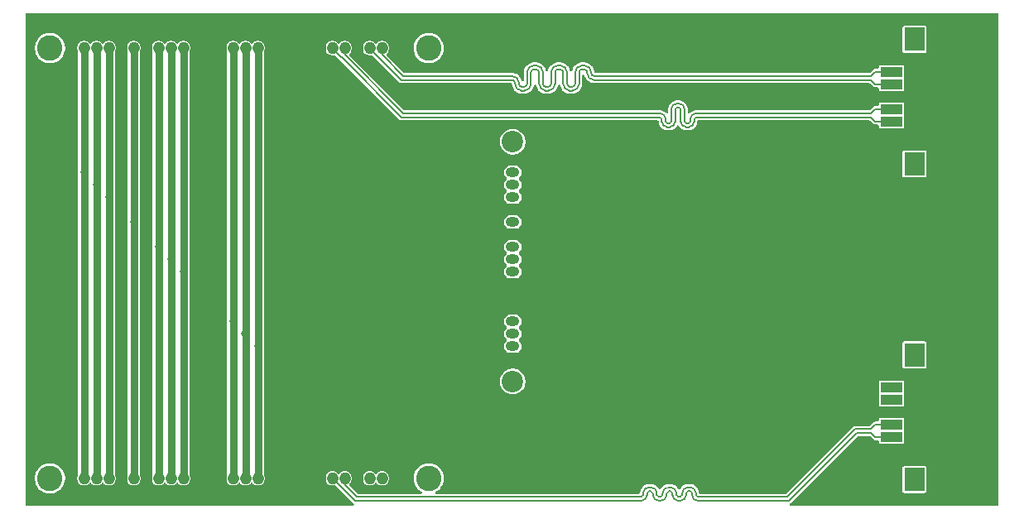
<source format=gbr>
%TF.GenerationSoftware,KiCad,Pcbnew,9.0.7*%
%TF.CreationDate,2026-02-22T20:08:30-06:00*%
%TF.ProjectId,sata-backplane,73617461-2d62-4616-936b-706c616e652e,rev?*%
%TF.SameCoordinates,Original*%
%TF.FileFunction,Copper,L1,Top*%
%TF.FilePolarity,Positive*%
%FSLAX46Y46*%
G04 Gerber Fmt 4.6, Leading zero omitted, Abs format (unit mm)*
G04 Created by KiCad (PCBNEW 9.0.7) date 2026-02-22 20:08:30*
%MOMM*%
%LPD*%
G01*
G04 APERTURE LIST*
%TA.AperFunction,ComponentPad*%
%ADD10C,3.600000*%
%TD*%
%TA.AperFunction,ConnectorPad*%
%ADD11C,6.400000*%
%TD*%
%TA.AperFunction,SMDPad,CuDef*%
%ADD12R,2.209800X0.990600*%
%TD*%
%TA.AperFunction,ComponentPad*%
%ADD13R,2.057400X2.362200*%
%TD*%
%TA.AperFunction,WasherPad*%
%ADD14C,2.200000*%
%TD*%
%TA.AperFunction,ComponentPad*%
%ADD15O,1.400000X1.000000*%
%TD*%
%TA.AperFunction,WasherPad*%
%ADD16C,2.600000*%
%TD*%
%TA.AperFunction,ComponentPad*%
%ADD17O,1.168400X1.270000*%
%TD*%
%TA.AperFunction,ViaPad*%
%ADD18C,0.800000*%
%TD*%
%TA.AperFunction,Conductor*%
%ADD19C,0.205000*%
%TD*%
%TA.AperFunction,Conductor*%
%ADD20C,0.800000*%
%TD*%
G04 APERTURE END LIST*
D10*
%TO.P,H4,1,1*%
%TO.N,GND*%
X66750000Y-73900000D03*
D11*
X66750000Y-73900000D03*
%TD*%
D10*
%TO.P,H2,1,1*%
%TO.N,GND*%
X117063086Y-50436200D03*
D11*
X117063086Y-50436200D03*
%TD*%
D10*
%TO.P,H1,1,1*%
%TO.N,GND*%
X66750000Y-45150000D03*
D11*
X66750000Y-45150000D03*
%TD*%
D10*
%TO.P,H3,1,1*%
%TO.N,GND*%
X117063086Y-67983800D03*
D11*
X117063086Y-67983800D03*
%TD*%
D12*
%TO.P,J1,1,1*%
%TO.N,GND*%
X123140086Y-71040001D03*
%TO.P,J1,2,2*%
%TO.N,/SATA1_A+*%
X123140086Y-72310001D03*
%TO.P,J1,3,3*%
%TO.N,/SATA1_A-*%
X123140086Y-73580001D03*
%TO.P,J1,4,4*%
%TO.N,GND*%
X123140086Y-74850001D03*
%TO.P,J1,5,5*%
%TO.N,/SATA1_B+*%
X123140086Y-76120001D03*
%TO.P,J1,6,6*%
%TO.N,/SATA1_B-*%
X123140086Y-77390001D03*
%TO.P,J1,7,7*%
%TO.N,GND*%
X123140086Y-78660001D03*
D13*
%TO.P,J1,8*%
%TO.N,N/C*%
X125500000Y-81720000D03*
%TO.P,J1,9*%
X125500000Y-68980000D03*
%TD*%
D14*
%TO.P,J5,*%
%TO.N,*%
X84400000Y-71690000D03*
X84400000Y-47190000D03*
D15*
%TO.P,J5,1,V3.3*%
%TO.N,/3V3_A*%
X84400000Y-68090000D03*
%TO.P,J5,2,V3.3*%
%TO.N,/3V3_B*%
X84400000Y-66820000D03*
%TO.P,J5,3,PWDIS*%
%TO.N,/PW_DIS*%
X84400000Y-65550000D03*
%TO.P,J5,4,GND*%
%TO.N,GND*%
X84400000Y-64280000D03*
%TO.P,J5,5,GND*%
X84400000Y-63010000D03*
%TO.P,J5,6,GND*%
X84400000Y-61740000D03*
%TO.P,J5,7,V5.0*%
%TO.N,/5V_PRE*%
X84400000Y-60470000D03*
%TO.P,J5,8,V5.0*%
%TO.N,/5V_A*%
X84400000Y-59200000D03*
%TO.P,J5,9,V5.0*%
%TO.N,/5V_B*%
X84400000Y-57930000D03*
%TO.P,J5,10,GND*%
%TO.N,GND*%
X84400000Y-56660000D03*
%TO.P,J5,11,ACT*%
%TO.N,/SS{slash}ACT*%
X84400000Y-55390000D03*
%TO.P,J5,12,GND*%
%TO.N,GND*%
X84400000Y-54120000D03*
%TO.P,J5,13,V12*%
%TO.N,/12V_PRE*%
X84400000Y-52850000D03*
%TO.P,J5,14,V12*%
%TO.N,/12V_A*%
X84400000Y-51580000D03*
%TO.P,J5,15,V12*%
%TO.N,/12V_B*%
X84400000Y-50310000D03*
%TD*%
D12*
%TO.P,J3,1,1*%
%TO.N,GND*%
X123140086Y-38760001D03*
%TO.P,J3,2,2*%
%TO.N,/SATA2_A+*%
X123140086Y-40030001D03*
%TO.P,J3,3,3*%
%TO.N,/SATA2_A-*%
X123140086Y-41300001D03*
%TO.P,J3,4,4*%
%TO.N,GND*%
X123140086Y-42570001D03*
%TO.P,J3,5,5*%
%TO.N,/SATA2_B+*%
X123140086Y-43840001D03*
%TO.P,J3,6,6*%
%TO.N,/SATA2_B-*%
X123140086Y-45110001D03*
%TO.P,J3,7,7*%
%TO.N,GND*%
X123140086Y-46380001D03*
D13*
%TO.P,J3,8*%
%TO.N,N/C*%
X125500000Y-49440000D03*
%TO.P,J3,9*%
X125500000Y-36700000D03*
%TD*%
D16*
%TO.P,J2,*%
%TO.N,*%
X75800000Y-81600000D03*
X37060002Y-81600000D03*
D17*
%TO.P,J2,P1,P1*%
%TO.N,/3V3_A*%
X58330000Y-81600000D03*
%TO.P,J2,P2,P2*%
%TO.N,/3V3_B*%
X57060000Y-81600000D03*
%TO.P,J2,P3,P3*%
%TO.N,/PW_DIS*%
X55790000Y-81600000D03*
%TO.P,J2,P4,P4*%
%TO.N,GND*%
X54520000Y-81600000D03*
%TO.P,J2,P5,P5*%
X53250000Y-81600000D03*
%TO.P,J2,P6,P6*%
X51980000Y-81600000D03*
%TO.P,J2,P7,P7*%
%TO.N,/5V_PRE*%
X50710000Y-81600000D03*
%TO.P,J2,P8,P8*%
%TO.N,/5V_A*%
X49440000Y-81600000D03*
%TO.P,J2,P9,P9*%
%TO.N,/5V_B*%
X48170000Y-81600000D03*
%TO.P,J2,P10,P10*%
%TO.N,GND*%
X46900000Y-81600000D03*
%TO.P,J2,P11,P11*%
%TO.N,/SS{slash}ACT*%
X45630000Y-81600000D03*
%TO.P,J2,P12,P12*%
%TO.N,GND*%
X44360000Y-81600000D03*
%TO.P,J2,P13,P13*%
%TO.N,/12V_PRE*%
X43090000Y-81600000D03*
%TO.P,J2,P14,P14*%
%TO.N,/12V_A*%
X41820000Y-81600000D03*
%TO.P,J2,P15,P15*%
%TO.N,/12V_B*%
X40550000Y-81600000D03*
%TO.P,J2,S1,S1*%
%TO.N,GND*%
X72300000Y-81600000D03*
%TO.P,J2,S2,S2*%
%TO.N,/SATA1_A+*%
X71030000Y-81600000D03*
%TO.P,J2,S3,S3*%
%TO.N,/SATA1_A-*%
X69760000Y-81600000D03*
%TO.P,J2,S4,S4*%
%TO.N,GND*%
X68490000Y-81600000D03*
%TO.P,J2,S5,S5*%
%TO.N,/SATA1_B+*%
X67220000Y-81600000D03*
%TO.P,J2,S6,S6*%
%TO.N,/SATA1_B-*%
X65950000Y-81600000D03*
%TO.P,J2,S7,S7*%
%TO.N,GND*%
X64680000Y-81600000D03*
%TD*%
D16*
%TO.P,J4,*%
%TO.N,*%
X75800000Y-37600000D03*
X37060002Y-37600000D03*
D17*
%TO.P,J4,P1,P1*%
%TO.N,/3V3_A*%
X58330000Y-37600000D03*
%TO.P,J4,P2,P2*%
%TO.N,/3V3_B*%
X57060000Y-37600000D03*
%TO.P,J4,P3,P3*%
%TO.N,/PW_DIS*%
X55790000Y-37600000D03*
%TO.P,J4,P4,P4*%
%TO.N,GND*%
X54520000Y-37600000D03*
%TO.P,J4,P5,P5*%
X53250000Y-37600000D03*
%TO.P,J4,P6,P6*%
X51980000Y-37600000D03*
%TO.P,J4,P7,P7*%
%TO.N,/5V_PRE*%
X50710000Y-37600000D03*
%TO.P,J4,P8,P8*%
%TO.N,/5V_A*%
X49440000Y-37600000D03*
%TO.P,J4,P9,P9*%
%TO.N,/5V_B*%
X48170000Y-37600000D03*
%TO.P,J4,P10,P10*%
%TO.N,GND*%
X46900000Y-37600000D03*
%TO.P,J4,P11,P11*%
%TO.N,/SS{slash}ACT*%
X45630000Y-37600000D03*
%TO.P,J4,P12,P12*%
%TO.N,GND*%
X44360000Y-37600000D03*
%TO.P,J4,P13,P13*%
%TO.N,/12V_PRE*%
X43090000Y-37600000D03*
%TO.P,J4,P14,P14*%
%TO.N,/12V_A*%
X41820000Y-37600000D03*
%TO.P,J4,P15,P15*%
%TO.N,/12V_B*%
X40550000Y-37600000D03*
%TO.P,J4,S1,S1*%
%TO.N,GND*%
X72300000Y-37600000D03*
%TO.P,J4,S2,S2*%
%TO.N,/SATA2_A+*%
X71030000Y-37600000D03*
%TO.P,J4,S3,S3*%
%TO.N,/SATA2_A-*%
X69760000Y-37600000D03*
%TO.P,J4,S4,S4*%
%TO.N,GND*%
X68490000Y-37600000D03*
%TO.P,J4,S5,S5*%
%TO.N,/SATA2_B+*%
X67220000Y-37600000D03*
%TO.P,J4,S6,S6*%
%TO.N,/SATA2_B-*%
X65950000Y-37600000D03*
%TO.P,J4,S7,S7*%
%TO.N,GND*%
X64680000Y-37600000D03*
%TD*%
D18*
%TO.N,GND*%
X123140086Y-38760001D03*
X123140086Y-42570001D03*
X123140086Y-74850001D03*
X123140086Y-78660001D03*
X123140086Y-46380001D03*
X123140086Y-71040001D03*
%TO.N,/SATA1_A+*%
X123140086Y-72310001D03*
%TO.N,/SATA1_A-*%
X123140086Y-73580001D03*
%TO.N,/3V3_B*%
X57050000Y-66820000D03*
%TO.N,/12V_A*%
X41820000Y-51600000D03*
%TO.N,/SS{slash}ACT*%
X45630000Y-55400000D03*
%TO.N,/PW_DIS*%
X55790000Y-65550000D03*
%TO.N,/12V_PRE*%
X43090000Y-52850000D03*
%TO.N,/3V3_A*%
X58330000Y-68100000D03*
%TO.N,/5V_PRE*%
X50710000Y-60450000D03*
%TO.N,/12V_B*%
X40560000Y-50310000D03*
%TO.N,/5V_B*%
X48170000Y-57900000D03*
%TO.N,/5V_A*%
X49450000Y-59200000D03*
%TD*%
D19*
%TO.N,/SATA1_B-*%
X68254100Y-83904100D02*
X65950000Y-81600000D01*
X101528369Y-83904100D02*
X101328369Y-83904100D01*
X121051835Y-76959101D02*
X119579541Y-76959101D01*
X102528369Y-82927305D02*
X102328369Y-82927305D01*
X100724269Y-83300000D02*
X100724269Y-83123187D01*
X97328369Y-83904100D02*
X96663417Y-83904100D01*
X102724269Y-83300000D02*
X102724269Y-83123205D01*
X98724269Y-83300000D02*
X98724269Y-83123205D01*
X102132469Y-83123205D02*
X102132469Y-83300000D01*
X99528369Y-83904100D02*
X99328369Y-83904100D01*
X121482735Y-77390001D02*
X121051835Y-76959101D01*
X98132469Y-83123205D02*
X98132469Y-83300000D01*
X98528369Y-82927305D02*
X98328369Y-82927305D01*
X112634542Y-83904100D02*
X103328369Y-83904100D01*
X123140086Y-77390001D02*
X121482735Y-77390001D01*
X119579541Y-76959101D02*
X112634542Y-83904100D01*
X100132469Y-83123187D02*
X100132469Y-83300000D01*
X96663417Y-83904100D02*
X68254100Y-83904100D01*
X97528369Y-83904100D02*
X97328369Y-83904100D01*
X100528369Y-82927287D02*
X100328369Y-82927287D01*
X102724269Y-83123205D02*
G75*
G03*
X102528369Y-82927331I-195869J5D01*
G01*
X100132469Y-83300000D02*
G75*
G02*
X99528369Y-83904069I-604069J0D01*
G01*
X103328369Y-83904100D02*
G75*
G02*
X102724300Y-83300000I31J604100D01*
G01*
X102132469Y-83300000D02*
G75*
G02*
X101528369Y-83904069I-604069J0D01*
G01*
X101328369Y-83904100D02*
G75*
G02*
X100724300Y-83300000I31J604100D01*
G01*
X98328369Y-82927305D02*
G75*
G03*
X98132505Y-83123205I31J-195895D01*
G01*
X98132469Y-83300000D02*
G75*
G02*
X97528369Y-83904069I-604069J0D01*
G01*
X100328369Y-82927287D02*
G75*
G03*
X100132487Y-83123187I31J-195913D01*
G01*
X98724269Y-83123205D02*
G75*
G03*
X98528369Y-82927331I-195869J5D01*
G01*
X100724269Y-83123187D02*
G75*
G03*
X100528369Y-82927331I-195869J-13D01*
G01*
X99328369Y-83904100D02*
G75*
G02*
X98724300Y-83300000I31J604100D01*
G01*
X102328369Y-82927305D02*
G75*
G03*
X102132505Y-83123205I31J-195895D01*
G01*
%TO.N,/SATA1_B+*%
X101132469Y-83300000D02*
X101132469Y-83123187D01*
X96663417Y-83495900D02*
X68423182Y-83495900D01*
X98528369Y-82519105D02*
X98328369Y-82519105D01*
X99132469Y-83300000D02*
X99132469Y-83123205D01*
X112465458Y-83495900D02*
X103328369Y-83495900D01*
X101528369Y-83495900D02*
X101328369Y-83495900D01*
X121051835Y-76550901D02*
X119410457Y-76550901D01*
X123140086Y-76120001D02*
X121482735Y-76120001D01*
X100528369Y-82519087D02*
X100328369Y-82519087D01*
X101724269Y-83123205D02*
X101724269Y-83300000D01*
X99528369Y-83495900D02*
X99328369Y-83495900D01*
X97328369Y-83495900D02*
X96663417Y-83495900D01*
X97724269Y-83123205D02*
X97724269Y-83300000D01*
X119410457Y-76550901D02*
X112465458Y-83495900D01*
X121482735Y-76120001D02*
X121051835Y-76550901D01*
X103132469Y-83300000D02*
X103132469Y-83123205D01*
X67220000Y-82292718D02*
X67220000Y-81600000D01*
X102528369Y-82519105D02*
X102328369Y-82519105D01*
X99724269Y-83123187D02*
X99724269Y-83300000D01*
X68423182Y-83495900D02*
X67220000Y-82292718D01*
X97528369Y-83495900D02*
X97328369Y-83495900D01*
X102328369Y-82519105D02*
G75*
G03*
X101724305Y-83123205I31J-604095D01*
G01*
X98328369Y-82519105D02*
G75*
G03*
X97724305Y-83123205I31J-604095D01*
G01*
X99724269Y-83300000D02*
G75*
G02*
X99528369Y-83495869I-195869J0D01*
G01*
X99328369Y-83495900D02*
G75*
G02*
X99132500Y-83300000I31J195900D01*
G01*
X99132469Y-83123205D02*
G75*
G03*
X98528369Y-82519131I-604069J5D01*
G01*
X101328369Y-83495900D02*
G75*
G02*
X101132500Y-83300000I31J195900D01*
G01*
X103328369Y-83495900D02*
G75*
G02*
X103132500Y-83300000I31J195900D01*
G01*
X103132469Y-83123205D02*
G75*
G03*
X102528369Y-82519131I-604069J5D01*
G01*
X101132469Y-83123187D02*
G75*
G03*
X100528369Y-82519131I-604069J-13D01*
G01*
X97724269Y-83300000D02*
G75*
G02*
X97528369Y-83495869I-195869J0D01*
G01*
X100328369Y-82519087D02*
G75*
G03*
X99724287Y-83123187I31J-604113D01*
G01*
X101724269Y-83300000D02*
G75*
G02*
X101528369Y-83495869I-195869J0D01*
G01*
D20*
%TO.N,/3V3_B*%
X57060000Y-37600000D02*
X57060000Y-81600000D01*
%TO.N,/12V_A*%
X41820000Y-51600000D02*
X41820000Y-81600000D01*
X41820000Y-37600000D02*
X41820000Y-51600000D01*
%TO.N,/SS{slash}ACT*%
X45630000Y-55400000D02*
X45630000Y-37600000D01*
X45630000Y-81600000D02*
X45630000Y-55400000D01*
%TO.N,/PW_DIS*%
X55790000Y-81600000D02*
X55790000Y-37600000D01*
%TO.N,/12V_PRE*%
X43090000Y-81600000D02*
X43090000Y-37600000D01*
%TO.N,/3V3_A*%
X58330000Y-68150000D02*
X58330000Y-37600000D01*
X58330000Y-81600000D02*
X58330000Y-68150000D01*
%TO.N,/5V_PRE*%
X50710000Y-60500000D02*
X50710000Y-81600000D01*
X50710000Y-37600000D02*
X50710000Y-60500000D01*
%TO.N,/12V_B*%
X40550000Y-81600000D02*
X40550000Y-37600000D01*
%TO.N,/5V_B*%
X48170000Y-37600000D02*
X48170000Y-57900000D01*
X48170000Y-57900000D02*
X48170000Y-81600000D01*
%TO.N,/5V_A*%
X49440000Y-81600000D02*
X49440000Y-37600000D01*
D19*
%TO.N,/SATA2_A+*%
X85857560Y-41157001D02*
X85857560Y-40460901D01*
X90243660Y-41546914D02*
X90489660Y-41546914D01*
X90777560Y-40869101D02*
X90777560Y-40173001D01*
X121482735Y-40030001D02*
X123140086Y-40030001D01*
X73198183Y-40460901D02*
X84339660Y-40460901D01*
X90777560Y-40173001D02*
X90777560Y-40070988D01*
X89013660Y-39374888D02*
X89259660Y-39374888D01*
X91473660Y-39374888D02*
X91719660Y-39374888D01*
X71030000Y-38292718D02*
X73198183Y-40460901D01*
X89955760Y-40869101D02*
X89955760Y-41259014D01*
X85857560Y-41259014D02*
X85857560Y-41157001D01*
X87495760Y-40869101D02*
X87495760Y-41259014D01*
X121051835Y-40460901D02*
X121482735Y-40030001D01*
X88317560Y-40869101D02*
X88317560Y-40460901D01*
X87495760Y-40460901D02*
X87495760Y-40869101D01*
X89955760Y-40070988D02*
X89955760Y-40460901D01*
X87783660Y-41546914D02*
X88029660Y-41546914D01*
X89955760Y-40460901D02*
X89955760Y-40869101D01*
X85857560Y-40460901D02*
X85857560Y-40070988D01*
X85323660Y-41546914D02*
X85569660Y-41546914D01*
X92949660Y-40460901D02*
X97600000Y-40460901D01*
X88317560Y-40460901D02*
X88317560Y-40070988D01*
X85035760Y-41157001D02*
X85035760Y-41259014D01*
X92703660Y-40460901D02*
X92949660Y-40460901D01*
X87495760Y-40070988D02*
X87495760Y-40460901D01*
X86553660Y-39374888D02*
X86799660Y-39374888D01*
X90777560Y-41259014D02*
X90777560Y-40869101D01*
X71030000Y-37600000D02*
X71030000Y-38292718D01*
X92415760Y-40070988D02*
X92415760Y-40173001D01*
X88317560Y-41259014D02*
X88317560Y-40869101D01*
X97600000Y-40460901D02*
X121051835Y-40460901D01*
X85035760Y-41259014D02*
G75*
G03*
X85323660Y-41546940I287940J14D01*
G01*
X88029660Y-41546914D02*
G75*
G03*
X88317614Y-41259014I40J287914D01*
G01*
X88317560Y-40070988D02*
G75*
G02*
X89013660Y-39374860I696140J-12D01*
G01*
X89955760Y-41259014D02*
G75*
G03*
X90243660Y-41546940I287940J14D01*
G01*
X85857560Y-40070988D02*
G75*
G02*
X86553660Y-39374860I696140J-12D01*
G01*
X91719660Y-39374888D02*
G75*
G02*
X92415812Y-40070988I40J-696112D01*
G01*
X90777560Y-40070988D02*
G75*
G02*
X91473660Y-39374860I696140J-12D01*
G01*
X85569660Y-41546914D02*
G75*
G03*
X85857614Y-41259014I40J287914D01*
G01*
X84339660Y-40460901D02*
G75*
G02*
X85035799Y-41157001I40J-696099D01*
G01*
X92415760Y-40173001D02*
G75*
G03*
X92703660Y-40460940I287940J1D01*
G01*
X87495760Y-41259014D02*
G75*
G03*
X87783660Y-41546940I287940J14D01*
G01*
X86799660Y-39374888D02*
G75*
G02*
X87495812Y-40070988I40J-696112D01*
G01*
X90489660Y-41546914D02*
G75*
G03*
X90777614Y-41259014I40J287914D01*
G01*
X89259660Y-39374888D02*
G75*
G02*
X89955812Y-40070988I40J-696112D01*
G01*
%TO.N,/SATA2_B+*%
X101982100Y-44863001D02*
X101982100Y-45090376D01*
X102166000Y-45274276D02*
X102360000Y-45274276D01*
X100042100Y-44863001D02*
X100042100Y-45090376D01*
X101982100Y-43859626D02*
X101982100Y-44270901D01*
X67220000Y-38292718D02*
X73198183Y-44270901D01*
X121051835Y-44270901D02*
X121482735Y-43840001D01*
X101196000Y-43267526D02*
X101390000Y-43267526D01*
X103330000Y-44270901D02*
X108400000Y-44270901D01*
X100226000Y-45274276D02*
X100420000Y-45274276D01*
X121482735Y-43840001D02*
X123140086Y-43840001D01*
X103136000Y-44270901D02*
X103330000Y-44270901D01*
X108400000Y-44270901D02*
X121051835Y-44270901D01*
X100603900Y-44270901D02*
X100603900Y-43859626D01*
X100603900Y-44863001D02*
X100603900Y-44270901D01*
X67220000Y-37600000D02*
X67220000Y-38292718D01*
X102543900Y-45090376D02*
X102543900Y-44863001D01*
X101982100Y-44270901D02*
X101982100Y-44863001D01*
X100603900Y-45090376D02*
X100603900Y-44863001D01*
X73198183Y-44270901D02*
X99450000Y-44270901D01*
X99450000Y-44270901D02*
G75*
G02*
X100042099Y-44863001I0J-592099D01*
G01*
X102360000Y-45274276D02*
G75*
G03*
X102543876Y-45090376I0J183876D01*
G01*
X100042100Y-45090376D02*
G75*
G03*
X100226000Y-45274300I183900J-24D01*
G01*
X102543900Y-44863001D02*
G75*
G02*
X103136000Y-44270900I592100J1D01*
G01*
X101390000Y-43267526D02*
G75*
G02*
X101982074Y-43859626I0J-592074D01*
G01*
X100420000Y-45274276D02*
G75*
G03*
X100603876Y-45090376I0J183876D01*
G01*
X100603900Y-43859626D02*
G75*
G02*
X101196000Y-43267500I592100J26D01*
G01*
X101982100Y-45090376D02*
G75*
G03*
X102166000Y-45274300I183900J-24D01*
G01*
%TO.N,/SATA2_B-*%
X101573900Y-44270901D02*
X101573900Y-44863001D01*
X100226000Y-45682476D02*
X100420000Y-45682476D01*
X103136000Y-44679101D02*
X103330000Y-44679101D01*
X66852303Y-38538500D02*
X66888500Y-38538500D01*
X66332300Y-37982300D02*
X66332300Y-38018497D01*
X66888500Y-38538500D02*
X73029101Y-44679101D01*
X101012100Y-44270901D02*
X101012100Y-43859626D01*
X103330000Y-44679101D02*
X108400000Y-44679101D01*
X101012100Y-45090376D02*
X101012100Y-44863001D01*
X108400000Y-44679101D02*
X121051835Y-44679101D01*
X101573900Y-44863001D02*
X101573900Y-45090376D01*
X121051835Y-44679101D02*
X121482735Y-45110001D01*
X101012100Y-44863001D02*
X101012100Y-44270901D01*
X101573900Y-43859626D02*
X101573900Y-44270901D01*
X65950000Y-37600000D02*
X66332300Y-37982300D01*
X73029101Y-44679101D02*
X99450000Y-44679101D01*
X102166000Y-45682476D02*
X102360000Y-45682476D01*
X99633900Y-44863001D02*
X99633900Y-45090376D01*
X66332300Y-38018497D02*
X66852303Y-38538500D01*
X102952100Y-45090376D02*
X102952100Y-44863001D01*
X101196000Y-43675726D02*
X101390000Y-43675726D01*
X121482735Y-45110001D02*
X123140086Y-45110001D01*
X99633900Y-45090376D02*
G75*
G03*
X100226000Y-45682500I592100J-24D01*
G01*
X100420000Y-45682476D02*
G75*
G03*
X101012076Y-45090376I0J592076D01*
G01*
X101012100Y-43859626D02*
G75*
G02*
X101196000Y-43675700I183900J26D01*
G01*
X101573900Y-45090376D02*
G75*
G03*
X102166000Y-45682500I592100J-24D01*
G01*
X99450000Y-44679101D02*
G75*
G02*
X99633899Y-44863001I0J-183899D01*
G01*
X102952100Y-44863001D02*
G75*
G02*
X103136000Y-44679100I183900J1D01*
G01*
X102360000Y-45682476D02*
G75*
G03*
X102952076Y-45090376I0J592076D01*
G01*
X101390000Y-43675726D02*
G75*
G02*
X101573874Y-43859626I0J-183874D01*
G01*
%TO.N,/SATA2_A-*%
X86265760Y-41259014D02*
X86265760Y-41157001D01*
X121051835Y-40869101D02*
X121482735Y-41300001D01*
X91473660Y-39783088D02*
X91719660Y-39783088D01*
X86265760Y-40460901D02*
X86265760Y-40070988D01*
X87087560Y-40869101D02*
X87087560Y-41259014D01*
X91185760Y-40869101D02*
X91185760Y-40173001D01*
X89547560Y-40460901D02*
X89547560Y-40869101D01*
X69760000Y-37600000D02*
X70142300Y-37982300D01*
X86265760Y-41157001D02*
X86265760Y-40460901D01*
X84627560Y-41157001D02*
X84627560Y-41259014D01*
X87783660Y-41955114D02*
X88029660Y-41955114D01*
X91185760Y-40173001D02*
X91185760Y-40070988D01*
X87087560Y-40460901D02*
X87087560Y-40869101D01*
X89547560Y-40070988D02*
X89547560Y-40460901D01*
X89547560Y-40869101D02*
X89547560Y-41259014D01*
X92949660Y-40869101D02*
X97600000Y-40869101D01*
X88725760Y-40460901D02*
X88725760Y-40070988D01*
X87087560Y-40070988D02*
X87087560Y-40460901D01*
X70142300Y-37982300D02*
X70142300Y-38018497D01*
X97600000Y-40869101D02*
X121051835Y-40869101D01*
X89013660Y-39783088D02*
X89259660Y-39783088D01*
X85323660Y-41955114D02*
X85569660Y-41955114D01*
X121482735Y-41300001D02*
X123140086Y-41300001D01*
X91185760Y-41259014D02*
X91185760Y-40869101D01*
X88725760Y-41259014D02*
X88725760Y-40869101D01*
X72992904Y-40869101D02*
X84339660Y-40869101D01*
X88725760Y-40869101D02*
X88725760Y-40460901D01*
X86553660Y-39783088D02*
X86799660Y-39783088D01*
X92703660Y-40869101D02*
X92949660Y-40869101D01*
X70142300Y-38018497D02*
X72992904Y-40869101D01*
X90243660Y-41955114D02*
X90489660Y-41955114D01*
X92007560Y-40070988D02*
X92007560Y-40173001D01*
X91719660Y-39783088D02*
G75*
G02*
X92007612Y-40070988I40J-287912D01*
G01*
X89259660Y-39783088D02*
G75*
G02*
X89547612Y-40070988I40J-287912D01*
G01*
X92007560Y-40173001D02*
G75*
G03*
X92703660Y-40869140I696140J1D01*
G01*
X86799660Y-39783088D02*
G75*
G02*
X87087612Y-40070988I40J-287912D01*
G01*
X84339660Y-40869101D02*
G75*
G02*
X84627599Y-41157001I40J-287899D01*
G01*
X88029660Y-41955114D02*
G75*
G03*
X88725814Y-41259014I40J696114D01*
G01*
X91185760Y-40070988D02*
G75*
G02*
X91473660Y-39783060I287940J-12D01*
G01*
X90489660Y-41955114D02*
G75*
G03*
X91185814Y-41259014I40J696114D01*
G01*
X88725760Y-40070988D02*
G75*
G02*
X89013660Y-39783060I287940J-12D01*
G01*
X85569660Y-41955114D02*
G75*
G03*
X86265814Y-41259014I40J696114D01*
G01*
X84627560Y-41259014D02*
G75*
G03*
X85323660Y-41955140I696140J14D01*
G01*
X89547560Y-41259014D02*
G75*
G03*
X90243660Y-41955140I696140J14D01*
G01*
X87087560Y-41259014D02*
G75*
G03*
X87783660Y-41955140I696140J14D01*
G01*
X86265760Y-40070988D02*
G75*
G02*
X86553660Y-39783060I287940J-12D01*
G01*
%TD*%
%TA.AperFunction,Conductor*%
%TO.N,GND*%
G36*
X134042539Y-34020185D02*
G01*
X134088294Y-34072989D01*
X134099500Y-34124500D01*
X134099500Y-84275500D01*
X134079815Y-84342539D01*
X134027011Y-84388294D01*
X133975500Y-84399500D01*
X112845259Y-84399500D01*
X112778220Y-84379815D01*
X112732465Y-84327011D01*
X112722521Y-84257853D01*
X112751546Y-84194297D01*
X112783261Y-84168112D01*
X112795688Y-84160937D01*
X112820589Y-84146561D01*
X112877003Y-84090147D01*
X112877003Y-84090145D01*
X112887207Y-84079942D01*
X112887210Y-84079937D01*
X116448001Y-80519147D01*
X124270800Y-80519147D01*
X124270800Y-82920852D01*
X124282431Y-82979329D01*
X124282432Y-82979330D01*
X124326747Y-83045652D01*
X124393069Y-83089967D01*
X124393070Y-83089968D01*
X124451547Y-83101599D01*
X124451550Y-83101600D01*
X124451552Y-83101600D01*
X126548450Y-83101600D01*
X126548451Y-83101599D01*
X126563268Y-83098652D01*
X126606929Y-83089968D01*
X126606929Y-83089967D01*
X126606931Y-83089967D01*
X126673252Y-83045652D01*
X126717567Y-82979331D01*
X126717567Y-82979329D01*
X126717568Y-82979329D01*
X126728936Y-82922173D01*
X126729200Y-82920848D01*
X126729200Y-80519152D01*
X126729200Y-80519149D01*
X126729199Y-80519147D01*
X126717568Y-80460670D01*
X126717567Y-80460669D01*
X126673252Y-80394347D01*
X126606930Y-80350032D01*
X126606929Y-80350031D01*
X126548452Y-80338400D01*
X126548448Y-80338400D01*
X124451552Y-80338400D01*
X124451547Y-80338400D01*
X124393070Y-80350031D01*
X124393069Y-80350032D01*
X124326747Y-80394347D01*
X124282432Y-80460669D01*
X124282431Y-80460670D01*
X124270800Y-80519147D01*
X116448001Y-80519147D01*
X119668729Y-77298420D01*
X119730052Y-77264935D01*
X119756410Y-77262101D01*
X120874966Y-77262101D01*
X120942005Y-77281786D01*
X120962647Y-77298420D01*
X121240272Y-77576045D01*
X121240274Y-77576048D01*
X121296688Y-77632462D01*
X121336579Y-77655492D01*
X121345339Y-77660550D01*
X121345342Y-77660552D01*
X121365780Y-77672352D01*
X121365782Y-77672353D01*
X121442845Y-77693002D01*
X121442847Y-77693002D01*
X121530222Y-77693002D01*
X121530238Y-77693001D01*
X121710686Y-77693001D01*
X121777725Y-77712686D01*
X121823480Y-77765490D01*
X121834686Y-77817001D01*
X121834686Y-77905053D01*
X121846317Y-77963530D01*
X121846318Y-77963531D01*
X121890633Y-78029853D01*
X121956955Y-78074168D01*
X121956956Y-78074169D01*
X122015433Y-78085800D01*
X122015436Y-78085801D01*
X122015438Y-78085801D01*
X124264736Y-78085801D01*
X124264737Y-78085800D01*
X124279554Y-78082853D01*
X124323215Y-78074169D01*
X124323215Y-78074168D01*
X124323217Y-78074168D01*
X124389538Y-78029853D01*
X124433853Y-77963532D01*
X124433853Y-77963530D01*
X124433854Y-77963530D01*
X124445485Y-77905053D01*
X124445486Y-77905051D01*
X124445486Y-76874950D01*
X124445485Y-76874948D01*
X124433854Y-76816471D01*
X124429180Y-76805188D01*
X124432523Y-76803803D01*
X124417934Y-76757231D01*
X124431987Y-76705976D01*
X124429180Y-76704814D01*
X124433854Y-76693530D01*
X124445485Y-76635053D01*
X124445486Y-76635051D01*
X124445486Y-75604950D01*
X124445485Y-75604948D01*
X124433854Y-75546471D01*
X124433853Y-75546470D01*
X124389538Y-75480148D01*
X124323216Y-75435833D01*
X124323215Y-75435832D01*
X124264738Y-75424201D01*
X124264734Y-75424201D01*
X122015438Y-75424201D01*
X122015433Y-75424201D01*
X121956956Y-75435832D01*
X121956955Y-75435833D01*
X121890633Y-75480148D01*
X121846318Y-75546470D01*
X121846317Y-75546471D01*
X121834686Y-75604948D01*
X121834686Y-75693001D01*
X121832135Y-75701686D01*
X121833424Y-75710648D01*
X121822445Y-75734688D01*
X121815001Y-75760040D01*
X121808160Y-75765967D01*
X121804399Y-75774204D01*
X121782164Y-75788493D01*
X121762197Y-75805795D01*
X121751682Y-75808082D01*
X121745621Y-75811978D01*
X121710686Y-75817001D01*
X121530238Y-75817001D01*
X121530222Y-75817000D01*
X121522626Y-75817000D01*
X121442845Y-75817000D01*
X121391469Y-75830766D01*
X121365781Y-75837649D01*
X121356047Y-75843269D01*
X121336579Y-75854509D01*
X121326606Y-75860266D01*
X121296691Y-75877537D01*
X121296686Y-75877541D01*
X121240272Y-75933956D01*
X120962647Y-76211582D01*
X120901324Y-76245067D01*
X120874966Y-76247901D01*
X119450352Y-76247901D01*
X119450348Y-76247900D01*
X119370566Y-76247900D01*
X119309789Y-76264186D01*
X119299255Y-76267008D01*
X119293504Y-76268549D01*
X119293502Y-76268550D01*
X119224410Y-76308439D01*
X119224408Y-76308441D01*
X119167994Y-76364856D01*
X112376270Y-83156581D01*
X112314947Y-83190066D01*
X112288589Y-83192900D01*
X103559495Y-83192900D01*
X103492456Y-83173215D01*
X103446701Y-83120411D01*
X103435495Y-83068900D01*
X103435495Y-83033862D01*
X103435494Y-83033858D01*
X103420488Y-82958416D01*
X103400635Y-82858608D01*
X103332253Y-82693521D01*
X103325264Y-82683062D01*
X103232979Y-82544951D01*
X103106622Y-82418599D01*
X102958047Y-82319331D01*
X102958046Y-82319330D01*
X102958044Y-82319329D01*
X102958041Y-82319328D01*
X102958038Y-82319326D01*
X102792960Y-82250956D01*
X102792959Y-82250955D01*
X102792955Y-82250954D01*
X102792950Y-82250953D01*
X102792947Y-82250952D01*
X102617703Y-82216101D01*
X102617698Y-82216101D01*
X102543243Y-82216104D01*
X102528352Y-82216105D01*
X102386359Y-82216105D01*
X102386309Y-82216101D01*
X102379746Y-82216101D01*
X102379626Y-82216066D01*
X102239012Y-82216073D01*
X102239008Y-82216074D01*
X102063767Y-82250939D01*
X102063758Y-82250941D01*
X101898686Y-82319324D01*
X101750109Y-82418608D01*
X101623772Y-82544954D01*
X101623768Y-82544958D01*
X101531496Y-82683062D01*
X101477885Y-82727869D01*
X101408560Y-82736578D01*
X101345532Y-82706425D01*
X101325292Y-82683068D01*
X101274519Y-82607087D01*
X101232981Y-82544925D01*
X101232979Y-82544923D01*
X101232976Y-82544919D01*
X101106625Y-82418578D01*
X101106619Y-82418573D01*
X100958051Y-82319313D01*
X100958050Y-82319312D01*
X100958045Y-82319309D01*
X100947428Y-82314912D01*
X100876350Y-82285474D01*
X100792955Y-82250935D01*
X100792947Y-82250933D01*
X100792946Y-82250933D01*
X100617703Y-82216083D01*
X100617698Y-82216083D01*
X100543243Y-82216086D01*
X100528352Y-82216087D01*
X100386359Y-82216087D01*
X100386309Y-82216083D01*
X100379728Y-82216083D01*
X100379673Y-82216067D01*
X100239013Y-82216072D01*
X100063770Y-82250938D01*
X100063768Y-82250939D01*
X99898688Y-82319323D01*
X99898681Y-82319327D01*
X99750126Y-82418595D01*
X99750121Y-82418599D01*
X99623785Y-82544938D01*
X99623781Y-82544943D01*
X99531481Y-82683081D01*
X99477869Y-82727886D01*
X99408544Y-82736593D01*
X99345517Y-82706439D01*
X99325278Y-82683082D01*
X99232979Y-82544951D01*
X99106622Y-82418599D01*
X98958047Y-82319331D01*
X98958046Y-82319330D01*
X98958044Y-82319329D01*
X98958041Y-82319328D01*
X98958038Y-82319326D01*
X98792960Y-82250956D01*
X98792959Y-82250955D01*
X98792955Y-82250954D01*
X98792950Y-82250953D01*
X98792947Y-82250952D01*
X98617703Y-82216101D01*
X98617698Y-82216101D01*
X98543243Y-82216104D01*
X98528352Y-82216105D01*
X98386359Y-82216105D01*
X98386309Y-82216101D01*
X98379746Y-82216101D01*
X98379626Y-82216066D01*
X98239012Y-82216073D01*
X98239008Y-82216074D01*
X98063767Y-82250939D01*
X98063758Y-82250941D01*
X97898686Y-82319324D01*
X97750109Y-82418608D01*
X97623772Y-82544954D01*
X97623768Y-82544958D01*
X97524501Y-82693530D01*
X97489040Y-82779146D01*
X97456125Y-82858614D01*
X97421268Y-83033865D01*
X97421268Y-83033866D01*
X97421269Y-83068897D01*
X97401586Y-83135937D01*
X97348783Y-83181693D01*
X97297269Y-83192900D01*
X76595393Y-83192900D01*
X76528354Y-83173215D01*
X76482599Y-83120411D01*
X76472655Y-83051253D01*
X76501680Y-82987697D01*
X76539097Y-82958416D01*
X76610226Y-82922173D01*
X76610225Y-82922173D01*
X76610228Y-82922172D01*
X76807086Y-82779146D01*
X76979146Y-82607086D01*
X77122172Y-82410228D01*
X77232642Y-82193420D01*
X77307835Y-81961999D01*
X77316549Y-81906981D01*
X77345900Y-81721670D01*
X77345900Y-81478329D01*
X77307835Y-81238000D01*
X77281718Y-81157621D01*
X77232642Y-81006580D01*
X77122172Y-80789772D01*
X76979146Y-80592914D01*
X76807086Y-80420854D01*
X76610228Y-80277828D01*
X76393420Y-80167358D01*
X76333402Y-80147857D01*
X76161999Y-80092164D01*
X75921670Y-80054100D01*
X75921665Y-80054100D01*
X75678335Y-80054100D01*
X75678330Y-80054100D01*
X75438000Y-80092164D01*
X75206577Y-80167359D01*
X74989771Y-80277828D01*
X74877457Y-80359429D01*
X74792914Y-80420854D01*
X74792912Y-80420856D01*
X74792911Y-80420856D01*
X74620856Y-80592911D01*
X74620856Y-80592912D01*
X74620854Y-80592914D01*
X74559429Y-80677457D01*
X74477828Y-80789771D01*
X74367359Y-81006577D01*
X74292164Y-81238000D01*
X74254100Y-81478329D01*
X74254100Y-81721670D01*
X74292164Y-81961999D01*
X74332868Y-82087270D01*
X74367358Y-82193420D01*
X74477828Y-82410228D01*
X74620854Y-82607086D01*
X74792914Y-82779146D01*
X74940557Y-82886415D01*
X74989773Y-82922173D01*
X75060903Y-82958416D01*
X75111698Y-83006390D01*
X75128493Y-83074211D01*
X75105955Y-83140346D01*
X75051240Y-83183797D01*
X75004607Y-83192900D01*
X68600050Y-83192900D01*
X68533011Y-83173215D01*
X68512369Y-83156581D01*
X68083657Y-82727869D01*
X67685129Y-82329341D01*
X67651646Y-82268020D01*
X67656630Y-82198328D01*
X67685129Y-82153982D01*
X67751841Y-82087271D01*
X67826773Y-81975127D01*
X67878387Y-81850520D01*
X67886997Y-81807231D01*
X67904700Y-81718239D01*
X69075299Y-81718239D01*
X69101611Y-81850514D01*
X69101613Y-81850520D01*
X69153225Y-81975124D01*
X69153230Y-81975133D01*
X69228158Y-82087270D01*
X69228161Y-82087274D01*
X69323525Y-82182638D01*
X69323529Y-82182641D01*
X69435666Y-82257569D01*
X69435672Y-82257572D01*
X69435673Y-82257573D01*
X69560280Y-82309187D01*
X69560284Y-82309187D01*
X69560285Y-82309188D01*
X69692560Y-82335500D01*
X69692563Y-82335500D01*
X69827439Y-82335500D01*
X69916431Y-82317797D01*
X69959720Y-82309187D01*
X70084327Y-82257573D01*
X70196471Y-82182641D01*
X70291841Y-82087271D01*
X70291863Y-82087237D01*
X70291897Y-82087188D01*
X70291936Y-82087154D01*
X70295705Y-82082563D01*
X70296575Y-82083277D01*
X70345508Y-82042382D01*
X70414833Y-82033673D01*
X70477861Y-82063827D01*
X70494178Y-82082658D01*
X70494295Y-82082563D01*
X70497867Y-82086916D01*
X70498103Y-82087188D01*
X70498157Y-82087269D01*
X70498161Y-82087274D01*
X70593525Y-82182638D01*
X70593529Y-82182641D01*
X70705666Y-82257569D01*
X70705672Y-82257572D01*
X70705673Y-82257573D01*
X70830280Y-82309187D01*
X70830284Y-82309187D01*
X70830285Y-82309188D01*
X70962560Y-82335500D01*
X70962563Y-82335500D01*
X71097439Y-82335500D01*
X71186431Y-82317797D01*
X71229720Y-82309187D01*
X71354327Y-82257573D01*
X71466471Y-82182641D01*
X71561841Y-82087271D01*
X71636773Y-81975127D01*
X71688387Y-81850520D01*
X71696997Y-81807231D01*
X71714700Y-81718239D01*
X71714700Y-81481760D01*
X71688388Y-81349485D01*
X71688387Y-81349484D01*
X71688387Y-81349480D01*
X71636773Y-81224873D01*
X71636772Y-81224872D01*
X71636769Y-81224866D01*
X71561841Y-81112729D01*
X71561838Y-81112725D01*
X71466474Y-81017361D01*
X71466470Y-81017358D01*
X71354333Y-80942430D01*
X71354324Y-80942425D01*
X71229720Y-80890813D01*
X71229714Y-80890811D01*
X71097439Y-80864500D01*
X71097437Y-80864500D01*
X70962563Y-80864500D01*
X70962561Y-80864500D01*
X70830285Y-80890811D01*
X70830279Y-80890813D01*
X70705675Y-80942425D01*
X70705666Y-80942430D01*
X70593529Y-81017358D01*
X70593525Y-81017361D01*
X70498161Y-81112725D01*
X70498154Y-81112734D01*
X70498097Y-81112820D01*
X70498055Y-81112854D01*
X70494295Y-81117437D01*
X70493425Y-81116723D01*
X70444482Y-81157621D01*
X70375156Y-81166324D01*
X70312131Y-81136165D01*
X70295821Y-81117341D01*
X70295705Y-81117437D01*
X70292148Y-81113103D01*
X70291903Y-81112820D01*
X70291845Y-81112734D01*
X70291838Y-81112725D01*
X70196474Y-81017361D01*
X70196470Y-81017358D01*
X70084333Y-80942430D01*
X70084324Y-80942425D01*
X69959720Y-80890813D01*
X69959714Y-80890811D01*
X69827439Y-80864500D01*
X69827437Y-80864500D01*
X69692563Y-80864500D01*
X69692561Y-80864500D01*
X69560285Y-80890811D01*
X69560279Y-80890813D01*
X69435675Y-80942425D01*
X69435666Y-80942430D01*
X69323529Y-81017358D01*
X69323525Y-81017361D01*
X69228161Y-81112725D01*
X69228158Y-81112729D01*
X69153230Y-81224866D01*
X69153225Y-81224875D01*
X69101613Y-81349479D01*
X69101611Y-81349485D01*
X69075300Y-81481760D01*
X69075300Y-81481763D01*
X69075300Y-81718237D01*
X69075300Y-81718239D01*
X69075299Y-81718239D01*
X67904700Y-81718239D01*
X67904700Y-81481760D01*
X67878388Y-81349485D01*
X67878387Y-81349484D01*
X67878387Y-81349480D01*
X67826773Y-81224873D01*
X67826772Y-81224872D01*
X67826769Y-81224866D01*
X67751841Y-81112729D01*
X67751838Y-81112725D01*
X67656474Y-81017361D01*
X67656470Y-81017358D01*
X67544333Y-80942430D01*
X67544324Y-80942425D01*
X67419720Y-80890813D01*
X67419714Y-80890811D01*
X67287439Y-80864500D01*
X67287437Y-80864500D01*
X67152563Y-80864500D01*
X67152561Y-80864500D01*
X67020285Y-80890811D01*
X67020279Y-80890813D01*
X66895675Y-80942425D01*
X66895666Y-80942430D01*
X66783529Y-81017358D01*
X66783525Y-81017361D01*
X66688161Y-81112725D01*
X66688154Y-81112734D01*
X66688097Y-81112820D01*
X66688055Y-81112854D01*
X66684295Y-81117437D01*
X66683425Y-81116723D01*
X66634482Y-81157621D01*
X66565156Y-81166324D01*
X66502131Y-81136165D01*
X66485821Y-81117341D01*
X66485705Y-81117437D01*
X66482148Y-81113103D01*
X66481903Y-81112820D01*
X66481845Y-81112734D01*
X66481838Y-81112725D01*
X66386474Y-81017361D01*
X66386470Y-81017358D01*
X66274333Y-80942430D01*
X66274324Y-80942425D01*
X66149720Y-80890813D01*
X66149714Y-80890811D01*
X66017439Y-80864500D01*
X66017437Y-80864500D01*
X65882563Y-80864500D01*
X65882561Y-80864500D01*
X65750285Y-80890811D01*
X65750279Y-80890813D01*
X65625675Y-80942425D01*
X65625666Y-80942430D01*
X65513529Y-81017358D01*
X65513525Y-81017361D01*
X65418161Y-81112725D01*
X65418158Y-81112729D01*
X65343230Y-81224866D01*
X65343225Y-81224875D01*
X65291613Y-81349479D01*
X65291611Y-81349485D01*
X65265300Y-81481760D01*
X65265300Y-81481763D01*
X65265300Y-81718237D01*
X65265300Y-81718239D01*
X65265299Y-81718239D01*
X65291611Y-81850514D01*
X65291613Y-81850520D01*
X65343225Y-81975124D01*
X65343230Y-81975133D01*
X65418158Y-82087270D01*
X65418161Y-82087274D01*
X65513525Y-82182638D01*
X65513529Y-82182641D01*
X65625666Y-82257569D01*
X65625672Y-82257572D01*
X65625673Y-82257573D01*
X65750280Y-82309187D01*
X65750284Y-82309187D01*
X65750285Y-82309188D01*
X65882560Y-82335500D01*
X65882563Y-82335500D01*
X66017438Y-82335500D01*
X66053890Y-82328248D01*
X66149720Y-82309187D01*
X66149722Y-82309185D01*
X66152241Y-82308685D01*
X66221832Y-82314912D01*
X66264114Y-82342621D01*
X67346449Y-83424955D01*
X68011636Y-84090142D01*
X68011639Y-84090147D01*
X68068053Y-84146561D01*
X68114351Y-84173290D01*
X68122336Y-84179884D01*
X68136345Y-84200585D01*
X68153598Y-84218678D01*
X68155592Y-84229024D01*
X68161496Y-84237748D01*
X68162090Y-84262736D01*
X68166822Y-84287285D01*
X68162906Y-84297065D01*
X68163157Y-84307598D01*
X68150144Y-84328943D01*
X68140855Y-84352150D01*
X68132273Y-84358260D01*
X68126790Y-84367257D01*
X68104304Y-84378178D01*
X68083941Y-84392680D01*
X68069423Y-84395121D01*
X68063941Y-84397784D01*
X68057891Y-84397060D01*
X68043383Y-84399500D01*
X34674500Y-84399500D01*
X34607461Y-84379815D01*
X34561706Y-84327011D01*
X34550500Y-84275500D01*
X34550500Y-81478329D01*
X35514102Y-81478329D01*
X35514102Y-81721670D01*
X35552166Y-81961999D01*
X35592870Y-82087270D01*
X35627360Y-82193420D01*
X35737830Y-82410228D01*
X35880856Y-82607086D01*
X36052916Y-82779146D01*
X36249774Y-82922172D01*
X36466582Y-83032642D01*
X36594519Y-83074211D01*
X36698002Y-83107835D01*
X36938332Y-83145900D01*
X36938337Y-83145900D01*
X37181672Y-83145900D01*
X37422001Y-83107835D01*
X37441193Y-83101599D01*
X37653422Y-83032642D01*
X37870230Y-82922172D01*
X38067088Y-82779146D01*
X38239148Y-82607086D01*
X38382174Y-82410228D01*
X38492644Y-82193420D01*
X38567837Y-81961999D01*
X38576551Y-81906981D01*
X38605902Y-81721670D01*
X38605902Y-81478329D01*
X38567837Y-81238000D01*
X38541720Y-81157621D01*
X38492644Y-81006580D01*
X38382174Y-80789772D01*
X38239148Y-80592914D01*
X38067088Y-80420854D01*
X37870230Y-80277828D01*
X37653422Y-80167358D01*
X37593404Y-80147857D01*
X37422001Y-80092164D01*
X37181672Y-80054100D01*
X37181667Y-80054100D01*
X36938337Y-80054100D01*
X36938332Y-80054100D01*
X36698002Y-80092164D01*
X36466579Y-80167359D01*
X36249773Y-80277828D01*
X36137459Y-80359429D01*
X36052916Y-80420854D01*
X36052914Y-80420856D01*
X36052913Y-80420856D01*
X35880858Y-80592911D01*
X35880858Y-80592912D01*
X35880856Y-80592914D01*
X35819431Y-80677457D01*
X35737830Y-80789771D01*
X35627361Y-81006577D01*
X35552166Y-81238000D01*
X35514102Y-81478329D01*
X34550500Y-81478329D01*
X34550500Y-37478329D01*
X35514102Y-37478329D01*
X35514102Y-37721670D01*
X35552166Y-37961999D01*
X35592870Y-38087270D01*
X35627360Y-38193420D01*
X35737830Y-38410228D01*
X35880856Y-38607086D01*
X36052916Y-38779146D01*
X36249774Y-38922172D01*
X36466582Y-39032642D01*
X36642309Y-39089739D01*
X36698002Y-39107835D01*
X36938332Y-39145900D01*
X36938337Y-39145900D01*
X37181672Y-39145900D01*
X37422001Y-39107835D01*
X37439251Y-39102230D01*
X37653422Y-39032642D01*
X37870230Y-38922172D01*
X38067088Y-38779146D01*
X38239148Y-38607086D01*
X38382174Y-38410228D01*
X38492644Y-38193420D01*
X38567837Y-37961999D01*
X38577522Y-37900850D01*
X38605902Y-37721670D01*
X38605902Y-37718239D01*
X39865299Y-37718239D01*
X39891611Y-37850514D01*
X39891613Y-37850520D01*
X39912460Y-37900850D01*
X39940061Y-37967483D01*
X39949500Y-38014936D01*
X39949500Y-81185063D01*
X39940061Y-81232516D01*
X39891613Y-81349479D01*
X39891611Y-81349485D01*
X39865300Y-81481760D01*
X39865300Y-81481763D01*
X39865300Y-81718237D01*
X39865300Y-81718239D01*
X39865299Y-81718239D01*
X39891611Y-81850514D01*
X39891613Y-81850520D01*
X39943225Y-81975124D01*
X39943230Y-81975133D01*
X40018158Y-82087270D01*
X40018161Y-82087274D01*
X40113525Y-82182638D01*
X40113529Y-82182641D01*
X40225666Y-82257569D01*
X40225672Y-82257572D01*
X40225673Y-82257573D01*
X40350280Y-82309187D01*
X40350284Y-82309187D01*
X40350285Y-82309188D01*
X40482560Y-82335500D01*
X40482563Y-82335500D01*
X40617439Y-82335500D01*
X40706431Y-82317797D01*
X40749720Y-82309187D01*
X40874327Y-82257573D01*
X40986471Y-82182641D01*
X41081841Y-82087271D01*
X41081863Y-82087237D01*
X41081897Y-82087188D01*
X41081936Y-82087154D01*
X41085705Y-82082563D01*
X41086575Y-82083277D01*
X41135508Y-82042382D01*
X41204833Y-82033673D01*
X41267861Y-82063827D01*
X41284178Y-82082658D01*
X41284295Y-82082563D01*
X41287867Y-82086916D01*
X41288103Y-82087188D01*
X41288157Y-82087269D01*
X41288161Y-82087274D01*
X41383525Y-82182638D01*
X41383529Y-82182641D01*
X41495666Y-82257569D01*
X41495672Y-82257572D01*
X41495673Y-82257573D01*
X41620280Y-82309187D01*
X41620284Y-82309187D01*
X41620285Y-82309188D01*
X41752560Y-82335500D01*
X41752563Y-82335500D01*
X41887439Y-82335500D01*
X41976431Y-82317797D01*
X42019720Y-82309187D01*
X42144327Y-82257573D01*
X42256471Y-82182641D01*
X42351841Y-82087271D01*
X42351863Y-82087237D01*
X42351897Y-82087188D01*
X42351936Y-82087154D01*
X42355705Y-82082563D01*
X42356575Y-82083277D01*
X42405508Y-82042382D01*
X42474833Y-82033673D01*
X42537861Y-82063827D01*
X42554178Y-82082658D01*
X42554295Y-82082563D01*
X42557867Y-82086916D01*
X42558103Y-82087188D01*
X42558157Y-82087269D01*
X42558161Y-82087274D01*
X42653525Y-82182638D01*
X42653529Y-82182641D01*
X42765666Y-82257569D01*
X42765672Y-82257572D01*
X42765673Y-82257573D01*
X42890280Y-82309187D01*
X42890284Y-82309187D01*
X42890285Y-82309188D01*
X43022560Y-82335500D01*
X43022563Y-82335500D01*
X43157439Y-82335500D01*
X43246431Y-82317797D01*
X43289720Y-82309187D01*
X43414327Y-82257573D01*
X43526471Y-82182641D01*
X43621841Y-82087271D01*
X43696773Y-81975127D01*
X43748387Y-81850520D01*
X43756997Y-81807231D01*
X43774700Y-81718239D01*
X43774700Y-81481760D01*
X43748388Y-81349485D01*
X43748387Y-81349484D01*
X43748387Y-81349480D01*
X43702211Y-81238001D01*
X43699939Y-81232516D01*
X43690500Y-81185063D01*
X43690500Y-38014936D01*
X43699939Y-37967483D01*
X43703316Y-37959330D01*
X43748387Y-37850520D01*
X43756997Y-37807231D01*
X43774700Y-37718239D01*
X44945299Y-37718239D01*
X44971611Y-37850514D01*
X44971613Y-37850520D01*
X44992460Y-37900850D01*
X45020061Y-37967483D01*
X45029500Y-38014936D01*
X45029500Y-81185063D01*
X45020061Y-81232516D01*
X44971613Y-81349479D01*
X44971611Y-81349485D01*
X44945300Y-81481760D01*
X44945300Y-81481763D01*
X44945300Y-81718237D01*
X44945300Y-81718239D01*
X44945299Y-81718239D01*
X44971611Y-81850514D01*
X44971613Y-81850520D01*
X45023225Y-81975124D01*
X45023230Y-81975133D01*
X45098158Y-82087270D01*
X45098161Y-82087274D01*
X45193525Y-82182638D01*
X45193529Y-82182641D01*
X45305666Y-82257569D01*
X45305672Y-82257572D01*
X45305673Y-82257573D01*
X45430280Y-82309187D01*
X45430284Y-82309187D01*
X45430285Y-82309188D01*
X45562560Y-82335500D01*
X45562563Y-82335500D01*
X45697439Y-82335500D01*
X45786431Y-82317797D01*
X45829720Y-82309187D01*
X45954327Y-82257573D01*
X46066471Y-82182641D01*
X46161841Y-82087271D01*
X46236773Y-81975127D01*
X46288387Y-81850520D01*
X46296997Y-81807231D01*
X46314700Y-81718239D01*
X46314700Y-81481760D01*
X46288388Y-81349485D01*
X46288387Y-81349484D01*
X46288387Y-81349480D01*
X46242211Y-81238001D01*
X46239939Y-81232516D01*
X46230500Y-81185063D01*
X46230500Y-38014936D01*
X46239939Y-37967483D01*
X46243316Y-37959330D01*
X46288387Y-37850520D01*
X46296997Y-37807231D01*
X46314700Y-37718239D01*
X47485299Y-37718239D01*
X47511611Y-37850514D01*
X47511613Y-37850520D01*
X47532460Y-37900850D01*
X47560061Y-37967483D01*
X47569500Y-38014936D01*
X47569500Y-81185063D01*
X47560061Y-81232516D01*
X47511613Y-81349479D01*
X47511611Y-81349485D01*
X47485300Y-81481760D01*
X47485300Y-81481763D01*
X47485300Y-81718237D01*
X47485300Y-81718239D01*
X47485299Y-81718239D01*
X47511611Y-81850514D01*
X47511613Y-81850520D01*
X47563225Y-81975124D01*
X47563230Y-81975133D01*
X47638158Y-82087270D01*
X47638161Y-82087274D01*
X47733525Y-82182638D01*
X47733529Y-82182641D01*
X47845666Y-82257569D01*
X47845672Y-82257572D01*
X47845673Y-82257573D01*
X47970280Y-82309187D01*
X47970284Y-82309187D01*
X47970285Y-82309188D01*
X48102560Y-82335500D01*
X48102563Y-82335500D01*
X48237439Y-82335500D01*
X48326431Y-82317797D01*
X48369720Y-82309187D01*
X48494327Y-82257573D01*
X48606471Y-82182641D01*
X48701841Y-82087271D01*
X48701863Y-82087237D01*
X48701897Y-82087188D01*
X48701936Y-82087154D01*
X48705705Y-82082563D01*
X48706575Y-82083277D01*
X48755508Y-82042382D01*
X48824833Y-82033673D01*
X48887861Y-82063827D01*
X48904178Y-82082658D01*
X48904295Y-82082563D01*
X48907867Y-82086916D01*
X48908103Y-82087188D01*
X48908157Y-82087269D01*
X48908161Y-82087274D01*
X49003525Y-82182638D01*
X49003529Y-82182641D01*
X49115666Y-82257569D01*
X49115672Y-82257572D01*
X49115673Y-82257573D01*
X49240280Y-82309187D01*
X49240284Y-82309187D01*
X49240285Y-82309188D01*
X49372560Y-82335500D01*
X49372563Y-82335500D01*
X49507439Y-82335500D01*
X49596431Y-82317797D01*
X49639720Y-82309187D01*
X49764327Y-82257573D01*
X49876471Y-82182641D01*
X49971841Y-82087271D01*
X49971863Y-82087237D01*
X49971897Y-82087188D01*
X49971936Y-82087154D01*
X49975705Y-82082563D01*
X49976575Y-82083277D01*
X50025508Y-82042382D01*
X50094833Y-82033673D01*
X50157861Y-82063827D01*
X50174178Y-82082658D01*
X50174295Y-82082563D01*
X50177867Y-82086916D01*
X50178103Y-82087188D01*
X50178157Y-82087269D01*
X50178161Y-82087274D01*
X50273525Y-82182638D01*
X50273529Y-82182641D01*
X50385666Y-82257569D01*
X50385672Y-82257572D01*
X50385673Y-82257573D01*
X50510280Y-82309187D01*
X50510284Y-82309187D01*
X50510285Y-82309188D01*
X50642560Y-82335500D01*
X50642563Y-82335500D01*
X50777439Y-82335500D01*
X50866431Y-82317797D01*
X50909720Y-82309187D01*
X51034327Y-82257573D01*
X51146471Y-82182641D01*
X51241841Y-82087271D01*
X51316773Y-81975127D01*
X51368387Y-81850520D01*
X51376997Y-81807231D01*
X51394700Y-81718239D01*
X51394700Y-81481760D01*
X51368388Y-81349485D01*
X51368387Y-81349484D01*
X51368387Y-81349480D01*
X51322211Y-81238001D01*
X51319939Y-81232516D01*
X51310500Y-81185063D01*
X51310500Y-38014936D01*
X51319939Y-37967483D01*
X51323316Y-37959330D01*
X51368387Y-37850520D01*
X51376997Y-37807231D01*
X51394700Y-37718239D01*
X55105299Y-37718239D01*
X55131611Y-37850514D01*
X55131613Y-37850520D01*
X55152460Y-37900850D01*
X55180061Y-37967483D01*
X55189500Y-38014936D01*
X55189500Y-81185063D01*
X55180061Y-81232516D01*
X55131613Y-81349479D01*
X55131611Y-81349485D01*
X55105300Y-81481760D01*
X55105300Y-81481763D01*
X55105300Y-81718237D01*
X55105300Y-81718239D01*
X55105299Y-81718239D01*
X55131611Y-81850514D01*
X55131613Y-81850520D01*
X55183225Y-81975124D01*
X55183230Y-81975133D01*
X55258158Y-82087270D01*
X55258161Y-82087274D01*
X55353525Y-82182638D01*
X55353529Y-82182641D01*
X55465666Y-82257569D01*
X55465672Y-82257572D01*
X55465673Y-82257573D01*
X55590280Y-82309187D01*
X55590284Y-82309187D01*
X55590285Y-82309188D01*
X55722560Y-82335500D01*
X55722563Y-82335500D01*
X55857439Y-82335500D01*
X55946431Y-82317797D01*
X55989720Y-82309187D01*
X56114327Y-82257573D01*
X56226471Y-82182641D01*
X56321841Y-82087271D01*
X56321863Y-82087237D01*
X56321897Y-82087188D01*
X56321936Y-82087154D01*
X56325705Y-82082563D01*
X56326575Y-82083277D01*
X56375508Y-82042382D01*
X56444833Y-82033673D01*
X56507861Y-82063827D01*
X56524178Y-82082658D01*
X56524295Y-82082563D01*
X56527867Y-82086916D01*
X56528103Y-82087188D01*
X56528157Y-82087269D01*
X56528161Y-82087274D01*
X56623525Y-82182638D01*
X56623529Y-82182641D01*
X56735666Y-82257569D01*
X56735672Y-82257572D01*
X56735673Y-82257573D01*
X56860280Y-82309187D01*
X56860284Y-82309187D01*
X56860285Y-82309188D01*
X56992560Y-82335500D01*
X56992563Y-82335500D01*
X57127439Y-82335500D01*
X57216431Y-82317797D01*
X57259720Y-82309187D01*
X57384327Y-82257573D01*
X57496471Y-82182641D01*
X57591841Y-82087271D01*
X57591863Y-82087237D01*
X57591897Y-82087188D01*
X57591936Y-82087154D01*
X57595705Y-82082563D01*
X57596575Y-82083277D01*
X57645508Y-82042382D01*
X57714833Y-82033673D01*
X57777861Y-82063827D01*
X57794178Y-82082658D01*
X57794295Y-82082563D01*
X57797867Y-82086916D01*
X57798103Y-82087188D01*
X57798157Y-82087269D01*
X57798161Y-82087274D01*
X57893525Y-82182638D01*
X57893529Y-82182641D01*
X58005666Y-82257569D01*
X58005672Y-82257572D01*
X58005673Y-82257573D01*
X58130280Y-82309187D01*
X58130284Y-82309187D01*
X58130285Y-82309188D01*
X58262560Y-82335500D01*
X58262563Y-82335500D01*
X58397439Y-82335500D01*
X58486431Y-82317797D01*
X58529720Y-82309187D01*
X58654327Y-82257573D01*
X58766471Y-82182641D01*
X58861841Y-82087271D01*
X58936773Y-81975127D01*
X58988387Y-81850520D01*
X58996997Y-81807231D01*
X59014700Y-81718239D01*
X59014700Y-81481760D01*
X58988388Y-81349485D01*
X58988387Y-81349484D01*
X58988387Y-81349480D01*
X58942211Y-81238001D01*
X58939939Y-81232516D01*
X58930500Y-81185063D01*
X58930500Y-71587648D01*
X83099500Y-71587648D01*
X83099500Y-71792352D01*
X83099912Y-71794953D01*
X83131522Y-71994534D01*
X83194781Y-72189223D01*
X83287715Y-72371613D01*
X83408028Y-72537213D01*
X83552786Y-72681971D01*
X83707749Y-72794556D01*
X83718390Y-72802287D01*
X83834607Y-72861503D01*
X83900776Y-72895218D01*
X83900778Y-72895218D01*
X83900781Y-72895220D01*
X84005137Y-72929127D01*
X84095465Y-72958477D01*
X84196557Y-72974488D01*
X84297648Y-72990500D01*
X84297649Y-72990500D01*
X84502351Y-72990500D01*
X84502352Y-72990500D01*
X84704534Y-72958477D01*
X84899219Y-72895220D01*
X85081610Y-72802287D01*
X85174590Y-72734732D01*
X85247213Y-72681971D01*
X85247215Y-72681968D01*
X85247219Y-72681966D01*
X85391966Y-72537219D01*
X85391968Y-72537215D01*
X85391971Y-72537213D01*
X85444732Y-72464590D01*
X85512287Y-72371610D01*
X85605220Y-72189219D01*
X85668477Y-71994534D01*
X85700089Y-71794948D01*
X121834686Y-71794948D01*
X121834686Y-72825053D01*
X121846317Y-72883529D01*
X121850992Y-72894813D01*
X121847650Y-72896197D01*
X121862238Y-72942792D01*
X121848181Y-72994024D01*
X121850992Y-72995189D01*
X121846317Y-73006472D01*
X121834686Y-73064948D01*
X121834686Y-74095053D01*
X121846317Y-74153530D01*
X121846318Y-74153531D01*
X121890633Y-74219853D01*
X121956955Y-74264168D01*
X121956956Y-74264169D01*
X122015433Y-74275800D01*
X122015436Y-74275801D01*
X122015438Y-74275801D01*
X124264736Y-74275801D01*
X124264737Y-74275800D01*
X124279554Y-74272853D01*
X124323215Y-74264169D01*
X124323215Y-74264168D01*
X124323217Y-74264168D01*
X124389538Y-74219853D01*
X124433853Y-74153532D01*
X124433853Y-74153530D01*
X124433854Y-74153530D01*
X124445485Y-74095053D01*
X124445486Y-74095051D01*
X124445486Y-73064950D01*
X124445485Y-73064948D01*
X124433854Y-73006471D01*
X124429180Y-72995188D01*
X124432523Y-72993803D01*
X124417934Y-72947231D01*
X124431987Y-72895976D01*
X124429180Y-72894814D01*
X124433854Y-72883530D01*
X124445485Y-72825053D01*
X124445486Y-72825051D01*
X124445486Y-71794950D01*
X124445485Y-71794948D01*
X124433854Y-71736471D01*
X124433853Y-71736470D01*
X124389538Y-71670148D01*
X124323216Y-71625833D01*
X124323215Y-71625832D01*
X124264738Y-71614201D01*
X124264734Y-71614201D01*
X122015438Y-71614201D01*
X122015433Y-71614201D01*
X121956956Y-71625832D01*
X121956955Y-71625833D01*
X121890633Y-71670148D01*
X121846318Y-71736470D01*
X121846317Y-71736471D01*
X121834686Y-71794948D01*
X85700089Y-71794948D01*
X85700500Y-71792352D01*
X85700500Y-71587648D01*
X85668477Y-71385466D01*
X85605220Y-71190781D01*
X85605218Y-71190778D01*
X85605218Y-71190776D01*
X85571503Y-71124607D01*
X85512287Y-71008390D01*
X85504556Y-70997749D01*
X85391971Y-70842786D01*
X85247213Y-70698028D01*
X85081613Y-70577715D01*
X85081612Y-70577714D01*
X85081610Y-70577713D01*
X85024653Y-70548691D01*
X84899223Y-70484781D01*
X84704534Y-70421522D01*
X84529995Y-70393878D01*
X84502352Y-70389500D01*
X84297648Y-70389500D01*
X84273329Y-70393351D01*
X84095465Y-70421522D01*
X83900776Y-70484781D01*
X83718386Y-70577715D01*
X83552786Y-70698028D01*
X83408028Y-70842786D01*
X83287715Y-71008386D01*
X83194781Y-71190776D01*
X83131522Y-71385465D01*
X83099500Y-71587648D01*
X58930500Y-71587648D01*
X58930500Y-65618995D01*
X83499499Y-65618995D01*
X83526418Y-65754322D01*
X83526421Y-65754332D01*
X83579221Y-65881804D01*
X83579228Y-65881817D01*
X83655885Y-65996541D01*
X83655888Y-65996545D01*
X83756662Y-66097319D01*
X83790147Y-66158642D01*
X83785163Y-66228334D01*
X83756662Y-66272681D01*
X83655888Y-66373454D01*
X83655885Y-66373458D01*
X83579228Y-66488182D01*
X83579221Y-66488195D01*
X83526421Y-66615667D01*
X83526418Y-66615677D01*
X83499500Y-66751004D01*
X83499500Y-66751007D01*
X83499500Y-66888993D01*
X83499500Y-66888995D01*
X83499499Y-66888995D01*
X83526418Y-67024322D01*
X83526421Y-67024332D01*
X83579221Y-67151804D01*
X83579228Y-67151817D01*
X83655885Y-67266541D01*
X83655888Y-67266545D01*
X83756662Y-67367319D01*
X83790147Y-67428642D01*
X83785163Y-67498334D01*
X83756662Y-67542681D01*
X83655888Y-67643454D01*
X83655885Y-67643458D01*
X83579228Y-67758182D01*
X83579221Y-67758195D01*
X83526421Y-67885667D01*
X83526418Y-67885677D01*
X83499500Y-68021004D01*
X83499500Y-68021007D01*
X83499500Y-68158993D01*
X83499500Y-68158995D01*
X83499499Y-68158995D01*
X83526418Y-68294322D01*
X83526421Y-68294332D01*
X83579221Y-68421804D01*
X83579228Y-68421817D01*
X83655885Y-68536541D01*
X83655888Y-68536545D01*
X83753454Y-68634111D01*
X83753458Y-68634114D01*
X83868182Y-68710771D01*
X83868195Y-68710778D01*
X83995667Y-68763578D01*
X83995672Y-68763580D01*
X83995676Y-68763580D01*
X83995677Y-68763581D01*
X84131004Y-68790500D01*
X84131007Y-68790500D01*
X84668995Y-68790500D01*
X84760041Y-68772389D01*
X84804328Y-68763580D01*
X84931811Y-68710775D01*
X85046542Y-68634114D01*
X85144114Y-68536542D01*
X85220775Y-68421811D01*
X85273580Y-68294328D01*
X85300500Y-68158993D01*
X85300500Y-68021007D01*
X85300500Y-68021004D01*
X85273581Y-67885677D01*
X85273580Y-67885676D01*
X85273580Y-67885672D01*
X85237258Y-67797983D01*
X85229456Y-67779147D01*
X124270800Y-67779147D01*
X124270800Y-70180852D01*
X124282431Y-70239329D01*
X124282432Y-70239330D01*
X124326747Y-70305652D01*
X124393069Y-70349967D01*
X124393070Y-70349968D01*
X124451547Y-70361599D01*
X124451550Y-70361600D01*
X124451552Y-70361600D01*
X126548450Y-70361600D01*
X126548451Y-70361599D01*
X126563268Y-70358652D01*
X126606929Y-70349968D01*
X126606929Y-70349967D01*
X126606931Y-70349967D01*
X126673252Y-70305652D01*
X126717567Y-70239331D01*
X126717567Y-70239329D01*
X126717568Y-70239329D01*
X126729199Y-70180852D01*
X126729200Y-70180850D01*
X126729200Y-67779149D01*
X126729199Y-67779147D01*
X126717568Y-67720670D01*
X126717567Y-67720669D01*
X126673252Y-67654347D01*
X126606930Y-67610032D01*
X126606929Y-67610031D01*
X126548452Y-67598400D01*
X126548448Y-67598400D01*
X124451552Y-67598400D01*
X124451547Y-67598400D01*
X124393070Y-67610031D01*
X124393069Y-67610032D01*
X124326747Y-67654347D01*
X124282432Y-67720669D01*
X124282431Y-67720670D01*
X124270800Y-67779147D01*
X85229456Y-67779147D01*
X85220778Y-67758194D01*
X85220771Y-67758182D01*
X85144114Y-67643458D01*
X85144111Y-67643454D01*
X85043338Y-67542681D01*
X85009853Y-67481358D01*
X85014837Y-67411666D01*
X85043338Y-67367319D01*
X85144111Y-67266545D01*
X85144114Y-67266542D01*
X85220775Y-67151811D01*
X85273580Y-67024328D01*
X85300500Y-66888993D01*
X85300500Y-66751007D01*
X85300500Y-66751004D01*
X85273581Y-66615677D01*
X85273580Y-66615676D01*
X85273580Y-66615672D01*
X85273578Y-66615667D01*
X85220778Y-66488195D01*
X85220771Y-66488182D01*
X85144114Y-66373458D01*
X85144111Y-66373454D01*
X85043338Y-66272681D01*
X85009853Y-66211358D01*
X85014837Y-66141666D01*
X85043338Y-66097319D01*
X85144111Y-65996545D01*
X85144114Y-65996542D01*
X85220775Y-65881811D01*
X85273580Y-65754328D01*
X85300500Y-65618993D01*
X85300500Y-65481007D01*
X85300500Y-65481004D01*
X85273581Y-65345677D01*
X85273580Y-65345676D01*
X85273580Y-65345672D01*
X85273578Y-65345667D01*
X85220778Y-65218195D01*
X85220771Y-65218182D01*
X85144114Y-65103458D01*
X85144111Y-65103454D01*
X85046545Y-65005888D01*
X85046541Y-65005885D01*
X84931817Y-64929228D01*
X84931804Y-64929221D01*
X84804332Y-64876421D01*
X84804322Y-64876418D01*
X84668995Y-64849500D01*
X84668993Y-64849500D01*
X84131007Y-64849500D01*
X84131005Y-64849500D01*
X83995677Y-64876418D01*
X83995667Y-64876421D01*
X83868195Y-64929221D01*
X83868182Y-64929228D01*
X83753458Y-65005885D01*
X83753454Y-65005888D01*
X83655888Y-65103454D01*
X83655885Y-65103458D01*
X83579228Y-65218182D01*
X83579221Y-65218195D01*
X83526421Y-65345667D01*
X83526418Y-65345677D01*
X83499500Y-65481004D01*
X83499500Y-65481007D01*
X83499500Y-65618993D01*
X83499500Y-65618995D01*
X83499499Y-65618995D01*
X58930500Y-65618995D01*
X58930500Y-57998995D01*
X83499499Y-57998995D01*
X83526418Y-58134322D01*
X83526421Y-58134332D01*
X83579221Y-58261804D01*
X83579228Y-58261817D01*
X83655885Y-58376541D01*
X83655888Y-58376545D01*
X83756662Y-58477319D01*
X83790147Y-58538642D01*
X83785163Y-58608334D01*
X83756662Y-58652681D01*
X83655888Y-58753454D01*
X83655885Y-58753458D01*
X83579228Y-58868182D01*
X83579221Y-58868195D01*
X83526421Y-58995667D01*
X83526418Y-58995677D01*
X83499500Y-59131004D01*
X83499500Y-59131007D01*
X83499500Y-59268993D01*
X83499500Y-59268995D01*
X83499499Y-59268995D01*
X83526418Y-59404322D01*
X83526421Y-59404332D01*
X83579221Y-59531804D01*
X83579228Y-59531817D01*
X83655885Y-59646541D01*
X83655888Y-59646545D01*
X83756662Y-59747319D01*
X83790147Y-59808642D01*
X83785163Y-59878334D01*
X83756662Y-59922681D01*
X83655888Y-60023454D01*
X83655885Y-60023458D01*
X83579228Y-60138182D01*
X83579221Y-60138195D01*
X83526421Y-60265667D01*
X83526418Y-60265677D01*
X83499500Y-60401004D01*
X83499500Y-60401007D01*
X83499500Y-60538993D01*
X83499500Y-60538995D01*
X83499499Y-60538995D01*
X83526418Y-60674322D01*
X83526421Y-60674332D01*
X83579221Y-60801804D01*
X83579228Y-60801817D01*
X83655885Y-60916541D01*
X83655888Y-60916545D01*
X83753454Y-61014111D01*
X83753458Y-61014114D01*
X83868182Y-61090771D01*
X83868195Y-61090778D01*
X83995667Y-61143578D01*
X83995672Y-61143580D01*
X83995676Y-61143580D01*
X83995677Y-61143581D01*
X84131004Y-61170500D01*
X84131007Y-61170500D01*
X84668995Y-61170500D01*
X84760041Y-61152389D01*
X84804328Y-61143580D01*
X84931811Y-61090775D01*
X85046542Y-61014114D01*
X85144114Y-60916542D01*
X85220775Y-60801811D01*
X85273580Y-60674328D01*
X85300500Y-60538993D01*
X85300500Y-60401007D01*
X85300500Y-60401004D01*
X85273581Y-60265677D01*
X85273580Y-60265676D01*
X85273580Y-60265672D01*
X85273578Y-60265667D01*
X85220778Y-60138195D01*
X85220771Y-60138182D01*
X85144114Y-60023458D01*
X85144111Y-60023454D01*
X85043338Y-59922681D01*
X85009853Y-59861358D01*
X85014837Y-59791666D01*
X85043338Y-59747319D01*
X85144111Y-59646545D01*
X85144114Y-59646542D01*
X85220775Y-59531811D01*
X85273580Y-59404328D01*
X85300500Y-59268993D01*
X85300500Y-59131007D01*
X85300500Y-59131004D01*
X85273581Y-58995677D01*
X85273580Y-58995676D01*
X85273580Y-58995672D01*
X85273578Y-58995667D01*
X85220778Y-58868195D01*
X85220771Y-58868182D01*
X85144114Y-58753458D01*
X85144111Y-58753454D01*
X85043338Y-58652681D01*
X85009853Y-58591358D01*
X85014837Y-58521666D01*
X85043338Y-58477319D01*
X85144111Y-58376545D01*
X85144114Y-58376542D01*
X85220775Y-58261811D01*
X85273580Y-58134328D01*
X85300500Y-57998993D01*
X85300500Y-57861007D01*
X85300500Y-57861004D01*
X85273581Y-57725677D01*
X85273580Y-57725676D01*
X85273580Y-57725672D01*
X85273578Y-57725667D01*
X85220778Y-57598195D01*
X85220771Y-57598182D01*
X85144114Y-57483458D01*
X85144111Y-57483454D01*
X85046545Y-57385888D01*
X85046541Y-57385885D01*
X84931817Y-57309228D01*
X84931804Y-57309221D01*
X84804332Y-57256421D01*
X84804322Y-57256418D01*
X84668995Y-57229500D01*
X84668993Y-57229500D01*
X84131007Y-57229500D01*
X84131005Y-57229500D01*
X83995677Y-57256418D01*
X83995667Y-57256421D01*
X83868195Y-57309221D01*
X83868182Y-57309228D01*
X83753458Y-57385885D01*
X83753454Y-57385888D01*
X83655888Y-57483454D01*
X83655885Y-57483458D01*
X83579228Y-57598182D01*
X83579221Y-57598195D01*
X83526421Y-57725667D01*
X83526418Y-57725677D01*
X83499500Y-57861004D01*
X83499500Y-57861007D01*
X83499500Y-57998993D01*
X83499500Y-57998995D01*
X83499499Y-57998995D01*
X58930500Y-57998995D01*
X58930500Y-55458995D01*
X83499499Y-55458995D01*
X83526418Y-55594322D01*
X83526421Y-55594332D01*
X83579221Y-55721804D01*
X83579228Y-55721817D01*
X83655885Y-55836541D01*
X83655888Y-55836545D01*
X83753454Y-55934111D01*
X83753458Y-55934114D01*
X83868182Y-56010771D01*
X83868195Y-56010778D01*
X83995667Y-56063578D01*
X83995672Y-56063580D01*
X83995676Y-56063580D01*
X83995677Y-56063581D01*
X84131004Y-56090500D01*
X84131007Y-56090500D01*
X84668995Y-56090500D01*
X84760041Y-56072389D01*
X84804328Y-56063580D01*
X84931811Y-56010775D01*
X85046542Y-55934114D01*
X85144114Y-55836542D01*
X85220775Y-55721811D01*
X85273580Y-55594328D01*
X85300500Y-55458993D01*
X85300500Y-55321007D01*
X85300500Y-55321004D01*
X85273581Y-55185677D01*
X85273580Y-55185676D01*
X85273580Y-55185672D01*
X85273578Y-55185667D01*
X85220778Y-55058195D01*
X85220771Y-55058182D01*
X85144114Y-54943458D01*
X85144111Y-54943454D01*
X85046545Y-54845888D01*
X85046541Y-54845885D01*
X84931817Y-54769228D01*
X84931804Y-54769221D01*
X84804332Y-54716421D01*
X84804322Y-54716418D01*
X84668995Y-54689500D01*
X84668993Y-54689500D01*
X84131007Y-54689500D01*
X84131005Y-54689500D01*
X83995677Y-54716418D01*
X83995667Y-54716421D01*
X83868195Y-54769221D01*
X83868182Y-54769228D01*
X83753458Y-54845885D01*
X83753454Y-54845888D01*
X83655888Y-54943454D01*
X83655885Y-54943458D01*
X83579228Y-55058182D01*
X83579221Y-55058195D01*
X83526421Y-55185667D01*
X83526418Y-55185677D01*
X83499500Y-55321004D01*
X83499500Y-55321007D01*
X83499500Y-55458993D01*
X83499500Y-55458995D01*
X83499499Y-55458995D01*
X58930500Y-55458995D01*
X58930500Y-50378995D01*
X83499499Y-50378995D01*
X83526418Y-50514322D01*
X83526421Y-50514332D01*
X83579221Y-50641804D01*
X83579228Y-50641817D01*
X83655885Y-50756541D01*
X83655888Y-50756545D01*
X83756662Y-50857319D01*
X83790147Y-50918642D01*
X83785163Y-50988334D01*
X83756662Y-51032681D01*
X83655888Y-51133454D01*
X83655885Y-51133458D01*
X83579228Y-51248182D01*
X83579221Y-51248195D01*
X83526421Y-51375667D01*
X83526418Y-51375677D01*
X83499500Y-51511004D01*
X83499500Y-51511007D01*
X83499500Y-51648993D01*
X83499500Y-51648995D01*
X83499499Y-51648995D01*
X83526418Y-51784322D01*
X83526421Y-51784332D01*
X83579221Y-51911804D01*
X83579228Y-51911817D01*
X83655885Y-52026541D01*
X83655888Y-52026545D01*
X83756662Y-52127319D01*
X83790147Y-52188642D01*
X83785163Y-52258334D01*
X83756662Y-52302681D01*
X83655888Y-52403454D01*
X83655885Y-52403458D01*
X83579228Y-52518182D01*
X83579221Y-52518195D01*
X83526421Y-52645667D01*
X83526418Y-52645677D01*
X83499500Y-52781004D01*
X83499500Y-52781007D01*
X83499500Y-52918993D01*
X83499500Y-52918995D01*
X83499499Y-52918995D01*
X83526418Y-53054322D01*
X83526421Y-53054332D01*
X83579221Y-53181804D01*
X83579228Y-53181817D01*
X83655885Y-53296541D01*
X83655888Y-53296545D01*
X83753454Y-53394111D01*
X83753458Y-53394114D01*
X83868182Y-53470771D01*
X83868195Y-53470778D01*
X83995667Y-53523578D01*
X83995672Y-53523580D01*
X83995676Y-53523580D01*
X83995677Y-53523581D01*
X84131004Y-53550500D01*
X84131007Y-53550500D01*
X84668995Y-53550500D01*
X84760041Y-53532389D01*
X84804328Y-53523580D01*
X84931811Y-53470775D01*
X85046542Y-53394114D01*
X85144114Y-53296542D01*
X85220775Y-53181811D01*
X85273580Y-53054328D01*
X85300500Y-52918993D01*
X85300500Y-52781007D01*
X85300500Y-52781004D01*
X85273581Y-52645677D01*
X85273580Y-52645676D01*
X85273580Y-52645672D01*
X85273578Y-52645667D01*
X85220778Y-52518195D01*
X85220771Y-52518182D01*
X85144114Y-52403458D01*
X85144111Y-52403454D01*
X85043338Y-52302681D01*
X85009853Y-52241358D01*
X85014837Y-52171666D01*
X85043338Y-52127319D01*
X85144111Y-52026545D01*
X85144114Y-52026542D01*
X85220775Y-51911811D01*
X85273580Y-51784328D01*
X85300500Y-51648993D01*
X85300500Y-51511007D01*
X85300500Y-51511004D01*
X85273581Y-51375677D01*
X85273580Y-51375676D01*
X85273580Y-51375672D01*
X85273578Y-51375667D01*
X85220778Y-51248195D01*
X85220771Y-51248182D01*
X85144114Y-51133458D01*
X85144111Y-51133454D01*
X85043338Y-51032681D01*
X85009853Y-50971358D01*
X85014837Y-50901666D01*
X85043338Y-50857319D01*
X85144111Y-50756545D01*
X85144114Y-50756542D01*
X85220775Y-50641811D01*
X85273580Y-50514328D01*
X85300500Y-50378993D01*
X85300500Y-50241007D01*
X85300500Y-50241004D01*
X85273581Y-50105677D01*
X85273580Y-50105676D01*
X85273580Y-50105672D01*
X85273578Y-50105667D01*
X85220778Y-49978195D01*
X85220771Y-49978182D01*
X85144114Y-49863458D01*
X85144111Y-49863454D01*
X85046545Y-49765888D01*
X85046541Y-49765885D01*
X84931817Y-49689228D01*
X84931804Y-49689221D01*
X84804332Y-49636421D01*
X84804322Y-49636418D01*
X84668995Y-49609500D01*
X84668993Y-49609500D01*
X84131007Y-49609500D01*
X84131005Y-49609500D01*
X83995677Y-49636418D01*
X83995667Y-49636421D01*
X83868195Y-49689221D01*
X83868182Y-49689228D01*
X83753458Y-49765885D01*
X83753454Y-49765888D01*
X83655888Y-49863454D01*
X83655885Y-49863458D01*
X83579228Y-49978182D01*
X83579221Y-49978195D01*
X83526421Y-50105667D01*
X83526418Y-50105677D01*
X83499500Y-50241004D01*
X83499500Y-50241007D01*
X83499500Y-50378993D01*
X83499500Y-50378995D01*
X83499499Y-50378995D01*
X58930500Y-50378995D01*
X58930500Y-47087648D01*
X83099500Y-47087648D01*
X83099500Y-47292351D01*
X83131522Y-47494534D01*
X83194781Y-47689223D01*
X83287715Y-47871613D01*
X83408028Y-48037213D01*
X83552786Y-48181971D01*
X83707749Y-48294556D01*
X83718390Y-48302287D01*
X83834607Y-48361503D01*
X83900776Y-48395218D01*
X83900778Y-48395218D01*
X83900781Y-48395220D01*
X84005137Y-48429127D01*
X84095465Y-48458477D01*
X84196557Y-48474488D01*
X84297648Y-48490500D01*
X84297649Y-48490500D01*
X84502351Y-48490500D01*
X84502352Y-48490500D01*
X84704534Y-48458477D01*
X84899219Y-48395220D01*
X85081610Y-48302287D01*
X85168513Y-48239147D01*
X124270800Y-48239147D01*
X124270800Y-50640852D01*
X124282431Y-50699329D01*
X124282432Y-50699330D01*
X124326747Y-50765652D01*
X124393069Y-50809967D01*
X124393070Y-50809968D01*
X124451547Y-50821599D01*
X124451550Y-50821600D01*
X124451552Y-50821600D01*
X126548450Y-50821600D01*
X126548451Y-50821599D01*
X126563268Y-50818652D01*
X126606929Y-50809968D01*
X126606929Y-50809967D01*
X126606931Y-50809967D01*
X126673252Y-50765652D01*
X126717567Y-50699331D01*
X126717567Y-50699329D01*
X126717568Y-50699329D01*
X126729199Y-50640852D01*
X126729200Y-50640850D01*
X126729200Y-48239149D01*
X126729199Y-48239147D01*
X126717568Y-48180670D01*
X126717567Y-48180669D01*
X126673252Y-48114347D01*
X126606930Y-48070032D01*
X126606929Y-48070031D01*
X126548452Y-48058400D01*
X126548448Y-48058400D01*
X124451552Y-48058400D01*
X124451547Y-48058400D01*
X124393070Y-48070031D01*
X124393069Y-48070032D01*
X124326747Y-48114347D01*
X124282432Y-48180669D01*
X124282431Y-48180670D01*
X124270800Y-48239147D01*
X85168513Y-48239147D01*
X85174590Y-48234732D01*
X85247213Y-48181971D01*
X85247215Y-48181968D01*
X85247219Y-48181966D01*
X85391966Y-48037219D01*
X85391968Y-48037215D01*
X85391971Y-48037213D01*
X85444732Y-47964590D01*
X85512287Y-47871610D01*
X85605220Y-47689219D01*
X85668477Y-47494534D01*
X85700500Y-47292352D01*
X85700500Y-47087648D01*
X85668477Y-46885466D01*
X85605220Y-46690781D01*
X85605218Y-46690778D01*
X85605218Y-46690776D01*
X85571503Y-46624607D01*
X85512287Y-46508390D01*
X85504556Y-46497749D01*
X85391971Y-46342786D01*
X85247213Y-46198028D01*
X85081613Y-46077715D01*
X85081612Y-46077714D01*
X85081610Y-46077713D01*
X85024653Y-46048691D01*
X84899223Y-45984781D01*
X84704534Y-45921522D01*
X84529995Y-45893878D01*
X84502352Y-45889500D01*
X84297648Y-45889500D01*
X84273329Y-45893351D01*
X84095465Y-45921522D01*
X83900776Y-45984781D01*
X83718386Y-46077715D01*
X83552786Y-46198028D01*
X83408028Y-46342786D01*
X83287715Y-46508386D01*
X83194781Y-46690776D01*
X83131522Y-46885465D01*
X83099500Y-47087648D01*
X58930500Y-47087648D01*
X58930500Y-38014936D01*
X58939939Y-37967483D01*
X58943316Y-37959330D01*
X58988387Y-37850520D01*
X58996997Y-37807231D01*
X59014700Y-37718239D01*
X65265299Y-37718239D01*
X65291611Y-37850514D01*
X65291613Y-37850520D01*
X65343225Y-37975124D01*
X65343230Y-37975133D01*
X65418158Y-38087270D01*
X65418161Y-38087274D01*
X65513525Y-38182638D01*
X65513529Y-38182641D01*
X65625666Y-38257569D01*
X65625672Y-38257572D01*
X65625673Y-38257573D01*
X65750280Y-38309187D01*
X65750284Y-38309187D01*
X65750285Y-38309188D01*
X65882560Y-38335500D01*
X65882563Y-38335500D01*
X66017439Y-38335500D01*
X66122050Y-38314691D01*
X66191642Y-38320918D01*
X66233923Y-38348627D01*
X66609839Y-38724542D01*
X66609842Y-38724547D01*
X66666256Y-38780961D01*
X66735349Y-38820851D01*
X66739069Y-38821847D01*
X66751559Y-38831494D01*
X66753746Y-38834509D01*
X66763444Y-38841951D01*
X72781252Y-44859758D01*
X72781267Y-44859775D01*
X72786639Y-44865147D01*
X72786640Y-44865148D01*
X72843054Y-44921562D01*
X72912147Y-44961452D01*
X72928433Y-44965815D01*
X72989210Y-44982102D01*
X73068992Y-44982102D01*
X73068996Y-44982101D01*
X99206900Y-44982101D01*
X99273939Y-45001786D01*
X99319694Y-45054590D01*
X99330900Y-45106101D01*
X99330900Y-45138048D01*
X99330921Y-45138388D01*
X99330921Y-45178524D01*
X99365311Y-45351451D01*
X99365315Y-45351463D01*
X99420827Y-45485490D01*
X99432782Y-45514355D01*
X99447913Y-45537001D01*
X99530735Y-45660962D01*
X99655413Y-45785644D01*
X99802003Y-45883595D01*
X99802012Y-45883601D01*
X99802018Y-45883603D01*
X99802019Y-45883604D01*
X99964902Y-45951075D01*
X99964913Y-45951078D01*
X100137837Y-45985476D01*
X100137840Y-45985476D01*
X100186109Y-45985476D01*
X100368614Y-45985476D01*
X100368696Y-45985500D01*
X100420000Y-45985500D01*
X100508164Y-45985500D01*
X100681093Y-45951101D01*
X100681093Y-45951100D01*
X100681098Y-45951100D01*
X100681100Y-45951098D01*
X100681104Y-45951098D01*
X100780029Y-45910119D01*
X100843999Y-45883622D01*
X100990605Y-45785659D01*
X101115283Y-45660977D01*
X101189910Y-45549282D01*
X101243520Y-45504476D01*
X101312845Y-45495766D01*
X101375873Y-45525919D01*
X101396118Y-45549282D01*
X101470735Y-45660962D01*
X101595413Y-45785644D01*
X101742003Y-45883595D01*
X101742012Y-45883601D01*
X101742018Y-45883603D01*
X101742019Y-45883604D01*
X101904902Y-45951075D01*
X101904913Y-45951078D01*
X102077837Y-45985476D01*
X102077840Y-45985476D01*
X102126109Y-45985476D01*
X102308614Y-45985476D01*
X102308696Y-45985500D01*
X102360000Y-45985500D01*
X102448164Y-45985500D01*
X102621093Y-45951101D01*
X102621093Y-45951100D01*
X102621098Y-45951100D01*
X102621100Y-45951098D01*
X102621104Y-45951098D01*
X102720029Y-45910119D01*
X102783999Y-45883622D01*
X102930605Y-45785659D01*
X103055283Y-45660977D01*
X103153239Y-45514367D01*
X103220710Y-45351463D01*
X103255103Y-45178526D01*
X103255101Y-45106104D01*
X103274784Y-45039064D01*
X103327587Y-44993308D01*
X103379101Y-44982101D01*
X108360109Y-44982101D01*
X120874966Y-44982101D01*
X120942005Y-45001786D01*
X120962647Y-45018420D01*
X121240272Y-45296045D01*
X121240274Y-45296048D01*
X121296688Y-45352462D01*
X121331789Y-45372727D01*
X121365782Y-45392353D01*
X121442845Y-45413002D01*
X121442847Y-45413002D01*
X121530222Y-45413002D01*
X121530238Y-45413001D01*
X121710686Y-45413001D01*
X121777725Y-45432686D01*
X121823480Y-45485490D01*
X121834686Y-45537001D01*
X121834686Y-45625053D01*
X121846317Y-45683530D01*
X121846318Y-45683531D01*
X121890633Y-45749853D01*
X121956955Y-45794168D01*
X121956956Y-45794169D01*
X122015433Y-45805800D01*
X122015436Y-45805801D01*
X122015438Y-45805801D01*
X124264736Y-45805801D01*
X124264737Y-45805800D01*
X124279554Y-45802853D01*
X124323215Y-45794169D01*
X124323215Y-45794168D01*
X124323217Y-45794168D01*
X124389538Y-45749853D01*
X124433853Y-45683532D01*
X124433853Y-45683530D01*
X124433854Y-45683530D01*
X124445485Y-45625053D01*
X124445486Y-45625051D01*
X124445486Y-44594950D01*
X124445485Y-44594948D01*
X124433854Y-44536471D01*
X124429180Y-44525188D01*
X124432523Y-44523803D01*
X124417934Y-44477231D01*
X124431987Y-44425976D01*
X124429180Y-44424814D01*
X124433854Y-44413530D01*
X124445485Y-44355053D01*
X124445486Y-44355051D01*
X124445486Y-43324950D01*
X124445485Y-43324948D01*
X124433854Y-43266471D01*
X124433853Y-43266470D01*
X124389538Y-43200148D01*
X124323216Y-43155833D01*
X124323215Y-43155832D01*
X124264738Y-43144201D01*
X124264734Y-43144201D01*
X122015438Y-43144201D01*
X122015433Y-43144201D01*
X121956956Y-43155832D01*
X121956955Y-43155833D01*
X121890633Y-43200148D01*
X121846318Y-43266470D01*
X121846317Y-43266471D01*
X121834686Y-43324948D01*
X121834686Y-43413001D01*
X121832135Y-43421686D01*
X121833424Y-43430648D01*
X121822445Y-43454688D01*
X121815001Y-43480040D01*
X121808160Y-43485967D01*
X121804399Y-43494204D01*
X121782164Y-43508493D01*
X121762197Y-43525795D01*
X121751682Y-43528082D01*
X121745621Y-43531978D01*
X121710686Y-43537001D01*
X121530238Y-43537001D01*
X121530222Y-43537000D01*
X121522626Y-43537000D01*
X121442845Y-43537000D01*
X121391469Y-43550766D01*
X121365781Y-43557649D01*
X121356047Y-43563269D01*
X121336579Y-43574509D01*
X121326606Y-43580266D01*
X121296691Y-43597537D01*
X121296686Y-43597541D01*
X121240272Y-43653956D01*
X120962647Y-43931582D01*
X120901324Y-43965067D01*
X120874966Y-43967901D01*
X103187363Y-43967901D01*
X103187360Y-43967900D01*
X103136000Y-43967900D01*
X103047840Y-43967900D01*
X103047835Y-43967900D01*
X102874916Y-44002296D01*
X102874908Y-44002298D01*
X102712013Y-44069771D01*
X102712004Y-44069776D01*
X102565407Y-44167730D01*
X102565403Y-44167733D01*
X102496781Y-44236356D01*
X102435458Y-44269841D01*
X102365766Y-44264857D01*
X102309833Y-44222985D01*
X102285416Y-44157521D01*
X102285100Y-44148675D01*
X102285100Y-43811586D01*
X102285075Y-43811228D01*
X102285078Y-43771480D01*
X102250686Y-43598547D01*
X102250269Y-43597541D01*
X102213388Y-43508493D01*
X102183217Y-43435647D01*
X102085264Y-43289041D01*
X101960590Y-43164361D01*
X101960589Y-43164360D01*
X101960588Y-43164359D01*
X101813995Y-43066406D01*
X101813991Y-43066404D01*
X101813987Y-43066401D01*
X101813983Y-43066399D01*
X101813979Y-43066397D01*
X101651097Y-42998926D01*
X101651086Y-42998923D01*
X101478162Y-42964526D01*
X101478160Y-42964526D01*
X101429891Y-42964526D01*
X101247388Y-42964526D01*
X101247299Y-42964500D01*
X101196000Y-42964500D01*
X101107838Y-42964500D01*
X101107836Y-42964500D01*
X100934906Y-42998898D01*
X100934904Y-42998899D01*
X100934839Y-42998926D01*
X100772000Y-43066378D01*
X100771999Y-43066379D01*
X100771996Y-43066380D01*
X100625392Y-43164342D01*
X100500715Y-43289023D01*
X100402762Y-43435631D01*
X100402759Y-43435637D01*
X100335289Y-43598537D01*
X100335287Y-43598545D01*
X100300896Y-43771472D01*
X100300900Y-43859584D01*
X100300900Y-44148676D01*
X100281215Y-44215715D01*
X100228411Y-44261470D01*
X100159253Y-44271414D01*
X100095697Y-44242389D01*
X100089219Y-44236357D01*
X100020596Y-44167734D01*
X100020592Y-44167731D01*
X99873995Y-44069777D01*
X99873986Y-44069772D01*
X99711091Y-44002299D01*
X99711083Y-44002297D01*
X99538164Y-43967901D01*
X99538160Y-43967901D01*
X99489891Y-43967901D01*
X73375051Y-43967901D01*
X73308012Y-43948216D01*
X73287370Y-43931582D01*
X70467350Y-41111562D01*
X67685129Y-38329340D01*
X67651646Y-38268020D01*
X67656630Y-38198328D01*
X67685129Y-38153982D01*
X67751841Y-38087271D01*
X67826773Y-37975127D01*
X67878387Y-37850520D01*
X67886997Y-37807231D01*
X67904700Y-37718239D01*
X69075299Y-37718239D01*
X69101611Y-37850514D01*
X69101613Y-37850520D01*
X69153225Y-37975124D01*
X69153230Y-37975133D01*
X69228158Y-38087270D01*
X69228161Y-38087274D01*
X69323525Y-38182638D01*
X69323529Y-38182641D01*
X69435666Y-38257569D01*
X69435672Y-38257572D01*
X69435673Y-38257573D01*
X69560280Y-38309187D01*
X69560284Y-38309187D01*
X69560285Y-38309188D01*
X69692560Y-38335500D01*
X69692563Y-38335500D01*
X69827439Y-38335500D01*
X69932050Y-38314691D01*
X70001642Y-38320918D01*
X70043923Y-38348627D01*
X72750441Y-41055145D01*
X72750443Y-41055148D01*
X72806857Y-41111562D01*
X72875950Y-41151452D01*
X72892236Y-41155815D01*
X72953013Y-41172102D01*
X73040391Y-41172102D01*
X73040407Y-41172101D01*
X84200560Y-41172101D01*
X84209102Y-41174609D01*
X84217914Y-41173321D01*
X84242110Y-41184301D01*
X84267599Y-41191786D01*
X84273429Y-41198514D01*
X84281539Y-41202195D01*
X84295956Y-41224512D01*
X84313354Y-41244590D01*
X84315621Y-41254951D01*
X84319453Y-41260883D01*
X84324432Y-41295223D01*
X84324560Y-41295805D01*
X84324560Y-41298905D01*
X84324567Y-41298933D01*
X84324586Y-41306710D01*
X84324570Y-41306761D01*
X84324586Y-41307000D01*
X84324587Y-41346422D01*
X84324588Y-41346427D01*
X84349208Y-41486048D01*
X84354946Y-41518584D01*
X84414736Y-41682855D01*
X84502142Y-41834249D01*
X84535102Y-41873530D01*
X84614506Y-41968163D01*
X84748419Y-42080535D01*
X84748421Y-42080536D01*
X84899811Y-42167948D01*
X85033960Y-42216780D01*
X85064073Y-42227742D01*
X85064074Y-42227742D01*
X85064079Y-42227744D01*
X85064085Y-42227745D01*
X85236233Y-42258109D01*
X85236241Y-42258109D01*
X85283760Y-42258111D01*
X85283769Y-42258114D01*
X85323643Y-42258114D01*
X85371633Y-42258117D01*
X85371634Y-42258116D01*
X85381597Y-42258117D01*
X85381648Y-42258114D01*
X85617379Y-42258114D01*
X85618149Y-42258062D01*
X85657051Y-42258065D01*
X85829214Y-42227717D01*
X85993491Y-42167934D01*
X86144891Y-42080533D01*
X86278813Y-41968168D01*
X86391188Y-41834254D01*
X86478601Y-41682861D01*
X86538397Y-41518589D01*
X86554557Y-41426951D01*
X86585585Y-41364353D01*
X86645532Y-41328464D01*
X86715367Y-41330682D01*
X86772916Y-41370304D01*
X86798788Y-41426956D01*
X86814945Y-41518580D01*
X86814946Y-41518584D01*
X86874736Y-41682855D01*
X86962142Y-41834249D01*
X86995102Y-41873530D01*
X87074506Y-41968163D01*
X87208419Y-42080535D01*
X87208421Y-42080536D01*
X87359811Y-42167948D01*
X87493960Y-42216780D01*
X87524073Y-42227742D01*
X87524074Y-42227742D01*
X87524079Y-42227744D01*
X87524085Y-42227745D01*
X87696233Y-42258109D01*
X87696241Y-42258109D01*
X87743760Y-42258111D01*
X87743769Y-42258114D01*
X87783643Y-42258114D01*
X87831633Y-42258117D01*
X87831634Y-42258116D01*
X87841597Y-42258117D01*
X87841648Y-42258114D01*
X88077379Y-42258114D01*
X88078149Y-42258062D01*
X88117051Y-42258065D01*
X88289214Y-42227717D01*
X88453491Y-42167934D01*
X88604891Y-42080533D01*
X88738813Y-41968168D01*
X88851188Y-41834254D01*
X88938601Y-41682861D01*
X88998397Y-41518589D01*
X89014557Y-41426951D01*
X89045585Y-41364353D01*
X89105532Y-41328464D01*
X89175367Y-41330682D01*
X89232916Y-41370304D01*
X89258788Y-41426956D01*
X89274945Y-41518580D01*
X89274946Y-41518584D01*
X89334736Y-41682855D01*
X89422142Y-41834249D01*
X89455102Y-41873530D01*
X89534506Y-41968163D01*
X89668419Y-42080535D01*
X89668421Y-42080536D01*
X89819811Y-42167948D01*
X89953960Y-42216780D01*
X89984073Y-42227742D01*
X89984074Y-42227742D01*
X89984079Y-42227744D01*
X89984085Y-42227745D01*
X90156233Y-42258109D01*
X90156241Y-42258109D01*
X90203760Y-42258111D01*
X90203769Y-42258114D01*
X90243643Y-42258114D01*
X90291633Y-42258117D01*
X90291634Y-42258116D01*
X90301597Y-42258117D01*
X90301648Y-42258114D01*
X90537379Y-42258114D01*
X90538149Y-42258062D01*
X90577051Y-42258065D01*
X90749214Y-42227717D01*
X90913491Y-42167934D01*
X91064891Y-42080533D01*
X91198813Y-41968168D01*
X91311188Y-41834254D01*
X91398601Y-41682861D01*
X91458397Y-41518589D01*
X91488758Y-41346429D01*
X91488759Y-41298908D01*
X91488760Y-41298905D01*
X91488760Y-41243907D01*
X91488761Y-41211030D01*
X91488760Y-41211026D01*
X91488760Y-40829210D01*
X91488760Y-40453655D01*
X91508445Y-40386616D01*
X91561249Y-40340861D01*
X91630407Y-40330917D01*
X91693963Y-40359942D01*
X91731737Y-40418720D01*
X91734873Y-40432111D01*
X91734949Y-40432540D01*
X91734955Y-40432572D01*
X91794737Y-40596826D01*
X91794738Y-40596829D01*
X91794740Y-40596834D01*
X91794742Y-40596837D01*
X91882146Y-40748232D01*
X91994511Y-40882150D01*
X92128422Y-40994522D01*
X92279812Y-41081934D01*
X92444080Y-41141731D01*
X92616236Y-41172096D01*
X92663760Y-41172098D01*
X92663769Y-41172101D01*
X92703643Y-41172101D01*
X92751633Y-41172104D01*
X92751634Y-41172103D01*
X92761597Y-41172104D01*
X92761648Y-41172101D01*
X92909769Y-41172101D01*
X97560109Y-41172101D01*
X120874966Y-41172101D01*
X120942005Y-41191786D01*
X120962647Y-41208420D01*
X121240272Y-41486045D01*
X121240274Y-41486048D01*
X121296688Y-41542462D01*
X121330554Y-41562014D01*
X121365782Y-41582353D01*
X121442845Y-41603002D01*
X121442847Y-41603002D01*
X121530222Y-41603002D01*
X121530238Y-41603001D01*
X121710686Y-41603001D01*
X121777725Y-41622686D01*
X121823480Y-41675490D01*
X121834686Y-41727001D01*
X121834686Y-41815053D01*
X121846317Y-41873530D01*
X121846318Y-41873531D01*
X121890633Y-41939853D01*
X121956955Y-41984168D01*
X121956956Y-41984169D01*
X122015433Y-41995800D01*
X122015436Y-41995801D01*
X122015438Y-41995801D01*
X124264736Y-41995801D01*
X124264737Y-41995800D01*
X124279554Y-41992853D01*
X124323215Y-41984169D01*
X124323215Y-41984168D01*
X124323217Y-41984168D01*
X124389538Y-41939853D01*
X124433853Y-41873532D01*
X124433853Y-41873530D01*
X124433854Y-41873530D01*
X124445485Y-41815053D01*
X124445486Y-41815051D01*
X124445486Y-40784950D01*
X124445485Y-40784948D01*
X124433854Y-40726471D01*
X124429180Y-40715188D01*
X124432523Y-40713803D01*
X124417934Y-40667231D01*
X124431987Y-40615976D01*
X124429180Y-40614814D01*
X124433854Y-40603530D01*
X124445485Y-40545053D01*
X124445486Y-40545051D01*
X124445486Y-39514950D01*
X124445485Y-39514948D01*
X124433854Y-39456471D01*
X124433853Y-39456470D01*
X124389538Y-39390148D01*
X124323216Y-39345833D01*
X124323215Y-39345832D01*
X124264738Y-39334201D01*
X124264734Y-39334201D01*
X122015438Y-39334201D01*
X122015433Y-39334201D01*
X121956956Y-39345832D01*
X121956955Y-39345833D01*
X121890633Y-39390148D01*
X121846318Y-39456470D01*
X121846317Y-39456471D01*
X121834686Y-39514948D01*
X121834686Y-39603001D01*
X121832135Y-39611686D01*
X121833424Y-39620648D01*
X121822445Y-39644688D01*
X121815001Y-39670040D01*
X121808160Y-39675967D01*
X121804399Y-39684204D01*
X121782164Y-39698493D01*
X121762197Y-39715795D01*
X121751682Y-39718082D01*
X121745621Y-39721978D01*
X121710686Y-39727001D01*
X121530238Y-39727001D01*
X121530222Y-39727000D01*
X121522626Y-39727000D01*
X121442845Y-39727000D01*
X121391469Y-39740766D01*
X121365781Y-39747649D01*
X121353702Y-39754622D01*
X121353703Y-39754623D01*
X121296689Y-39787539D01*
X121296686Y-39787541D01*
X121240274Y-39843954D01*
X121240272Y-39843956D01*
X121085137Y-39999092D01*
X120962647Y-40121582D01*
X120901324Y-40155067D01*
X120874966Y-40157901D01*
X92842811Y-40157901D01*
X92775772Y-40138216D01*
X92730017Y-40085412D01*
X92718811Y-40033903D01*
X92718810Y-39983572D01*
X92704569Y-39902818D01*
X92688448Y-39811400D01*
X92628649Y-39647118D01*
X92608191Y-39611686D01*
X92541234Y-39495720D01*
X92541226Y-39495709D01*
X92476101Y-39418102D01*
X92428851Y-39361796D01*
X92428848Y-39361794D01*
X92428846Y-39361791D01*
X92294921Y-39249424D01*
X92143514Y-39162019D01*
X92143509Y-39162016D01*
X92017938Y-39116320D01*
X91979228Y-39102233D01*
X91893142Y-39087058D01*
X91807057Y-39071884D01*
X91807056Y-39071884D01*
X91763349Y-39071886D01*
X91719642Y-39071888D01*
X91531648Y-39071888D01*
X91531598Y-39071884D01*
X91525027Y-39071884D01*
X91524938Y-39071858D01*
X91386238Y-39071863D01*
X91386233Y-39071864D01*
X91214080Y-39102228D01*
X91214070Y-39102230D01*
X91049801Y-39162027D01*
X91049789Y-39162033D01*
X90898406Y-39249440D01*
X90898403Y-39249442D01*
X90764489Y-39361816D01*
X90652117Y-39495739D01*
X90564712Y-39647133D01*
X90564710Y-39647137D01*
X90504918Y-39811413D01*
X90504917Y-39811420D01*
X90488801Y-39902816D01*
X90457774Y-39965419D01*
X90397827Y-40001309D01*
X90327992Y-39999092D01*
X90270442Y-39959471D01*
X90244569Y-39902818D01*
X90244569Y-39902816D01*
X90228448Y-39811400D01*
X90168649Y-39647118D01*
X90148191Y-39611686D01*
X90081234Y-39495720D01*
X90081226Y-39495709D01*
X90016101Y-39418102D01*
X89968851Y-39361796D01*
X89968848Y-39361794D01*
X89968846Y-39361791D01*
X89834921Y-39249424D01*
X89683514Y-39162019D01*
X89683509Y-39162016D01*
X89557938Y-39116320D01*
X89519228Y-39102233D01*
X89433142Y-39087058D01*
X89347057Y-39071884D01*
X89347056Y-39071884D01*
X89303349Y-39071886D01*
X89259642Y-39071888D01*
X89071648Y-39071888D01*
X89071598Y-39071884D01*
X89065027Y-39071884D01*
X89064938Y-39071858D01*
X88926238Y-39071863D01*
X88926233Y-39071864D01*
X88754080Y-39102228D01*
X88754070Y-39102230D01*
X88589801Y-39162027D01*
X88589789Y-39162033D01*
X88438406Y-39249440D01*
X88438403Y-39249442D01*
X88304489Y-39361816D01*
X88192117Y-39495739D01*
X88104712Y-39647133D01*
X88104710Y-39647137D01*
X88044918Y-39811413D01*
X88044917Y-39811420D01*
X88028801Y-39902816D01*
X87997774Y-39965419D01*
X87937827Y-40001309D01*
X87867992Y-39999092D01*
X87810442Y-39959471D01*
X87784569Y-39902818D01*
X87784569Y-39902816D01*
X87768448Y-39811400D01*
X87708649Y-39647118D01*
X87688191Y-39611686D01*
X87621234Y-39495720D01*
X87621226Y-39495709D01*
X87556101Y-39418102D01*
X87508851Y-39361796D01*
X87508848Y-39361794D01*
X87508846Y-39361791D01*
X87374921Y-39249424D01*
X87223514Y-39162019D01*
X87223509Y-39162016D01*
X87097938Y-39116320D01*
X87059228Y-39102233D01*
X86973142Y-39087058D01*
X86887057Y-39071884D01*
X86887056Y-39071884D01*
X86843349Y-39071886D01*
X86799642Y-39071888D01*
X86611648Y-39071888D01*
X86611598Y-39071884D01*
X86605027Y-39071884D01*
X86604938Y-39071858D01*
X86466238Y-39071863D01*
X86466233Y-39071864D01*
X86294080Y-39102228D01*
X86294070Y-39102230D01*
X86129801Y-39162027D01*
X86129789Y-39162033D01*
X85978406Y-39249440D01*
X85978403Y-39249442D01*
X85844489Y-39361816D01*
X85732117Y-39495739D01*
X85644712Y-39647133D01*
X85644710Y-39647137D01*
X85584918Y-39811413D01*
X85584917Y-39811420D01*
X85554561Y-39983571D01*
X85554560Y-39983575D01*
X85554560Y-40033903D01*
X85554560Y-40070983D01*
X85554559Y-40118973D01*
X85554560Y-40118976D01*
X85554560Y-40875912D01*
X85534875Y-40942951D01*
X85482071Y-40988706D01*
X85412913Y-40998650D01*
X85349357Y-40969625D01*
X85311583Y-40910847D01*
X85308444Y-40897446D01*
X85308439Y-40897417D01*
X85248645Y-40733139D01*
X85248642Y-40733134D01*
X85161231Y-40581739D01*
X85161223Y-40581727D01*
X85048855Y-40447819D01*
X85048850Y-40447815D01*
X85048848Y-40447812D01*
X84914920Y-40335440D01*
X84763513Y-40248033D01*
X84599227Y-40188246D01*
X84599224Y-40188245D01*
X84599223Y-40188245D01*
X84427057Y-40157897D01*
X84427056Y-40157897D01*
X84383349Y-40157899D01*
X84339642Y-40157901D01*
X73375052Y-40157901D01*
X73308013Y-40138216D01*
X73287371Y-40121582D01*
X71495132Y-38329343D01*
X71461647Y-38268020D01*
X71466631Y-38198328D01*
X71495132Y-38153981D01*
X71561838Y-38087274D01*
X71561841Y-38087271D01*
X71636773Y-37975127D01*
X71688387Y-37850520D01*
X71696997Y-37807231D01*
X71714700Y-37718239D01*
X71714700Y-37481762D01*
X71714699Y-37481758D01*
X71714017Y-37478329D01*
X74254100Y-37478329D01*
X74254100Y-37721670D01*
X74292164Y-37961999D01*
X74332868Y-38087270D01*
X74367358Y-38193420D01*
X74477828Y-38410228D01*
X74620854Y-38607086D01*
X74792914Y-38779146D01*
X74989772Y-38922172D01*
X75206580Y-39032642D01*
X75382307Y-39089739D01*
X75438000Y-39107835D01*
X75678330Y-39145900D01*
X75678335Y-39145900D01*
X75921670Y-39145900D01*
X76161999Y-39107835D01*
X76179249Y-39102230D01*
X76393420Y-39032642D01*
X76610228Y-38922172D01*
X76807086Y-38779146D01*
X76979146Y-38607086D01*
X77122172Y-38410228D01*
X77232642Y-38193420D01*
X77307835Y-37961999D01*
X77317520Y-37900850D01*
X77345900Y-37721670D01*
X77345900Y-37478329D01*
X77307835Y-37238000D01*
X77281718Y-37157621D01*
X77232642Y-37006580D01*
X77122172Y-36789772D01*
X76979146Y-36592914D01*
X76807086Y-36420854D01*
X76610228Y-36277828D01*
X76393420Y-36167358D01*
X76333402Y-36147857D01*
X76161999Y-36092164D01*
X75921670Y-36054100D01*
X75921665Y-36054100D01*
X75678335Y-36054100D01*
X75678330Y-36054100D01*
X75438000Y-36092164D01*
X75206577Y-36167359D01*
X74989771Y-36277828D01*
X74877457Y-36359429D01*
X74792914Y-36420854D01*
X74792912Y-36420856D01*
X74792911Y-36420856D01*
X74620856Y-36592911D01*
X74620856Y-36592912D01*
X74620854Y-36592914D01*
X74559429Y-36677457D01*
X74477828Y-36789771D01*
X74367359Y-37006577D01*
X74292164Y-37238000D01*
X74254100Y-37478329D01*
X71714017Y-37478329D01*
X71688388Y-37349485D01*
X71688387Y-37349484D01*
X71688387Y-37349480D01*
X71636773Y-37224873D01*
X71636772Y-37224872D01*
X71636769Y-37224866D01*
X71561841Y-37112729D01*
X71561838Y-37112725D01*
X71466474Y-37017361D01*
X71466470Y-37017358D01*
X71354333Y-36942430D01*
X71354324Y-36942425D01*
X71229720Y-36890813D01*
X71229714Y-36890811D01*
X71097439Y-36864500D01*
X71097437Y-36864500D01*
X70962563Y-36864500D01*
X70962561Y-36864500D01*
X70830285Y-36890811D01*
X70830279Y-36890813D01*
X70705675Y-36942425D01*
X70705666Y-36942430D01*
X70593529Y-37017358D01*
X70593525Y-37017361D01*
X70498161Y-37112725D01*
X70498154Y-37112734D01*
X70498097Y-37112820D01*
X70498055Y-37112854D01*
X70494295Y-37117437D01*
X70493425Y-37116723D01*
X70444482Y-37157621D01*
X70375156Y-37166324D01*
X70312131Y-37136165D01*
X70295821Y-37117341D01*
X70295705Y-37117437D01*
X70292148Y-37113103D01*
X70291903Y-37112820D01*
X70291845Y-37112734D01*
X70291838Y-37112725D01*
X70196474Y-37017361D01*
X70196470Y-37017358D01*
X70084333Y-36942430D01*
X70084324Y-36942425D01*
X69959720Y-36890813D01*
X69959714Y-36890811D01*
X69827439Y-36864500D01*
X69827437Y-36864500D01*
X69692563Y-36864500D01*
X69692561Y-36864500D01*
X69560285Y-36890811D01*
X69560279Y-36890813D01*
X69435675Y-36942425D01*
X69435666Y-36942430D01*
X69323529Y-37017358D01*
X69323525Y-37017361D01*
X69228161Y-37112725D01*
X69228158Y-37112729D01*
X69153230Y-37224866D01*
X69153225Y-37224875D01*
X69101613Y-37349479D01*
X69101611Y-37349485D01*
X69075300Y-37481760D01*
X69075300Y-37481762D01*
X69075300Y-37481763D01*
X69075300Y-37718237D01*
X69075300Y-37718239D01*
X69075299Y-37718239D01*
X67904700Y-37718239D01*
X67904700Y-37481760D01*
X67878388Y-37349485D01*
X67878387Y-37349484D01*
X67878387Y-37349480D01*
X67826773Y-37224873D01*
X67826772Y-37224872D01*
X67826769Y-37224866D01*
X67751841Y-37112729D01*
X67751838Y-37112725D01*
X67656474Y-37017361D01*
X67656470Y-37017358D01*
X67544333Y-36942430D01*
X67544324Y-36942425D01*
X67419720Y-36890813D01*
X67419714Y-36890811D01*
X67287439Y-36864500D01*
X67287437Y-36864500D01*
X67152563Y-36864500D01*
X67152561Y-36864500D01*
X67020285Y-36890811D01*
X67020279Y-36890813D01*
X66895675Y-36942425D01*
X66895666Y-36942430D01*
X66783529Y-37017358D01*
X66783525Y-37017361D01*
X66688161Y-37112725D01*
X66688154Y-37112734D01*
X66688097Y-37112820D01*
X66688055Y-37112854D01*
X66684295Y-37117437D01*
X66683425Y-37116723D01*
X66634482Y-37157621D01*
X66565156Y-37166324D01*
X66502131Y-37136165D01*
X66485821Y-37117341D01*
X66485705Y-37117437D01*
X66482148Y-37113103D01*
X66481903Y-37112820D01*
X66481845Y-37112734D01*
X66481838Y-37112725D01*
X66386474Y-37017361D01*
X66386470Y-37017358D01*
X66274333Y-36942430D01*
X66274324Y-36942425D01*
X66149720Y-36890813D01*
X66149714Y-36890811D01*
X66017439Y-36864500D01*
X66017437Y-36864500D01*
X65882563Y-36864500D01*
X65882561Y-36864500D01*
X65750285Y-36890811D01*
X65750279Y-36890813D01*
X65625675Y-36942425D01*
X65625666Y-36942430D01*
X65513529Y-37017358D01*
X65513525Y-37017361D01*
X65418161Y-37112725D01*
X65418158Y-37112729D01*
X65343230Y-37224866D01*
X65343225Y-37224875D01*
X65291613Y-37349479D01*
X65291611Y-37349485D01*
X65265300Y-37481760D01*
X65265300Y-37481762D01*
X65265300Y-37481763D01*
X65265300Y-37718237D01*
X65265300Y-37718239D01*
X65265299Y-37718239D01*
X59014700Y-37718239D01*
X59014700Y-37481760D01*
X58988388Y-37349485D01*
X58988387Y-37349484D01*
X58988387Y-37349480D01*
X58936773Y-37224873D01*
X58936772Y-37224872D01*
X58936769Y-37224866D01*
X58861841Y-37112729D01*
X58861838Y-37112725D01*
X58766474Y-37017361D01*
X58766470Y-37017358D01*
X58654333Y-36942430D01*
X58654324Y-36942425D01*
X58529720Y-36890813D01*
X58529714Y-36890811D01*
X58397439Y-36864500D01*
X58397437Y-36864500D01*
X58262563Y-36864500D01*
X58262561Y-36864500D01*
X58130285Y-36890811D01*
X58130279Y-36890813D01*
X58005675Y-36942425D01*
X58005666Y-36942430D01*
X57893529Y-37017358D01*
X57893525Y-37017361D01*
X57798161Y-37112725D01*
X57798154Y-37112734D01*
X57798097Y-37112820D01*
X57798055Y-37112854D01*
X57794295Y-37117437D01*
X57793425Y-37116723D01*
X57744482Y-37157621D01*
X57675156Y-37166324D01*
X57612131Y-37136165D01*
X57595821Y-37117341D01*
X57595705Y-37117437D01*
X57592148Y-37113103D01*
X57591903Y-37112820D01*
X57591845Y-37112734D01*
X57591838Y-37112725D01*
X57496474Y-37017361D01*
X57496470Y-37017358D01*
X57384333Y-36942430D01*
X57384324Y-36942425D01*
X57259720Y-36890813D01*
X57259714Y-36890811D01*
X57127439Y-36864500D01*
X57127437Y-36864500D01*
X56992563Y-36864500D01*
X56992561Y-36864500D01*
X56860285Y-36890811D01*
X56860279Y-36890813D01*
X56735675Y-36942425D01*
X56735666Y-36942430D01*
X56623529Y-37017358D01*
X56623525Y-37017361D01*
X56528161Y-37112725D01*
X56528154Y-37112734D01*
X56528097Y-37112820D01*
X56528055Y-37112854D01*
X56524295Y-37117437D01*
X56523425Y-37116723D01*
X56474482Y-37157621D01*
X56405156Y-37166324D01*
X56342131Y-37136165D01*
X56325821Y-37117341D01*
X56325705Y-37117437D01*
X56322148Y-37113103D01*
X56321903Y-37112820D01*
X56321845Y-37112734D01*
X56321838Y-37112725D01*
X56226474Y-37017361D01*
X56226470Y-37017358D01*
X56114333Y-36942430D01*
X56114324Y-36942425D01*
X55989720Y-36890813D01*
X55989714Y-36890811D01*
X55857439Y-36864500D01*
X55857437Y-36864500D01*
X55722563Y-36864500D01*
X55722561Y-36864500D01*
X55590285Y-36890811D01*
X55590279Y-36890813D01*
X55465675Y-36942425D01*
X55465666Y-36942430D01*
X55353529Y-37017358D01*
X55353525Y-37017361D01*
X55258161Y-37112725D01*
X55258158Y-37112729D01*
X55183230Y-37224866D01*
X55183225Y-37224875D01*
X55131613Y-37349479D01*
X55131611Y-37349485D01*
X55105300Y-37481760D01*
X55105300Y-37481762D01*
X55105300Y-37481763D01*
X55105300Y-37718237D01*
X55105300Y-37718239D01*
X55105299Y-37718239D01*
X51394700Y-37718239D01*
X51394700Y-37481760D01*
X51368388Y-37349485D01*
X51368387Y-37349484D01*
X51368387Y-37349480D01*
X51316773Y-37224873D01*
X51316772Y-37224872D01*
X51316769Y-37224866D01*
X51241841Y-37112729D01*
X51241838Y-37112725D01*
X51146474Y-37017361D01*
X51146470Y-37017358D01*
X51034333Y-36942430D01*
X51034324Y-36942425D01*
X50909720Y-36890813D01*
X50909714Y-36890811D01*
X50777439Y-36864500D01*
X50777437Y-36864500D01*
X50642563Y-36864500D01*
X50642561Y-36864500D01*
X50510285Y-36890811D01*
X50510279Y-36890813D01*
X50385675Y-36942425D01*
X50385666Y-36942430D01*
X50273529Y-37017358D01*
X50273525Y-37017361D01*
X50178161Y-37112725D01*
X50178154Y-37112734D01*
X50178097Y-37112820D01*
X50178055Y-37112854D01*
X50174295Y-37117437D01*
X50173425Y-37116723D01*
X50124482Y-37157621D01*
X50055156Y-37166324D01*
X49992131Y-37136165D01*
X49975821Y-37117341D01*
X49975705Y-37117437D01*
X49972148Y-37113103D01*
X49971903Y-37112820D01*
X49971845Y-37112734D01*
X49971838Y-37112725D01*
X49876474Y-37017361D01*
X49876470Y-37017358D01*
X49764333Y-36942430D01*
X49764324Y-36942425D01*
X49639720Y-36890813D01*
X49639714Y-36890811D01*
X49507439Y-36864500D01*
X49507437Y-36864500D01*
X49372563Y-36864500D01*
X49372561Y-36864500D01*
X49240285Y-36890811D01*
X49240279Y-36890813D01*
X49115675Y-36942425D01*
X49115666Y-36942430D01*
X49003529Y-37017358D01*
X49003525Y-37017361D01*
X48908161Y-37112725D01*
X48908154Y-37112734D01*
X48908097Y-37112820D01*
X48908055Y-37112854D01*
X48904295Y-37117437D01*
X48903425Y-37116723D01*
X48854482Y-37157621D01*
X48785156Y-37166324D01*
X48722131Y-37136165D01*
X48705821Y-37117341D01*
X48705705Y-37117437D01*
X48702148Y-37113103D01*
X48701903Y-37112820D01*
X48701845Y-37112734D01*
X48701838Y-37112725D01*
X48606474Y-37017361D01*
X48606470Y-37017358D01*
X48494333Y-36942430D01*
X48494324Y-36942425D01*
X48369720Y-36890813D01*
X48369714Y-36890811D01*
X48237439Y-36864500D01*
X48237437Y-36864500D01*
X48102563Y-36864500D01*
X48102561Y-36864500D01*
X47970285Y-36890811D01*
X47970279Y-36890813D01*
X47845675Y-36942425D01*
X47845666Y-36942430D01*
X47733529Y-37017358D01*
X47733525Y-37017361D01*
X47638161Y-37112725D01*
X47638158Y-37112729D01*
X47563230Y-37224866D01*
X47563225Y-37224875D01*
X47511613Y-37349479D01*
X47511611Y-37349485D01*
X47485300Y-37481760D01*
X47485300Y-37481762D01*
X47485300Y-37481763D01*
X47485300Y-37718237D01*
X47485300Y-37718239D01*
X47485299Y-37718239D01*
X46314700Y-37718239D01*
X46314700Y-37481760D01*
X46288388Y-37349485D01*
X46288387Y-37349484D01*
X46288387Y-37349480D01*
X46236773Y-37224873D01*
X46236772Y-37224872D01*
X46236769Y-37224866D01*
X46161841Y-37112729D01*
X46161838Y-37112725D01*
X46066474Y-37017361D01*
X46066470Y-37017358D01*
X45954333Y-36942430D01*
X45954324Y-36942425D01*
X45829720Y-36890813D01*
X45829714Y-36890811D01*
X45697439Y-36864500D01*
X45697437Y-36864500D01*
X45562563Y-36864500D01*
X45562561Y-36864500D01*
X45430285Y-36890811D01*
X45430279Y-36890813D01*
X45305675Y-36942425D01*
X45305666Y-36942430D01*
X45193529Y-37017358D01*
X45193525Y-37017361D01*
X45098161Y-37112725D01*
X45098158Y-37112729D01*
X45023230Y-37224866D01*
X45023225Y-37224875D01*
X44971613Y-37349479D01*
X44971611Y-37349485D01*
X44945300Y-37481760D01*
X44945300Y-37481762D01*
X44945300Y-37481763D01*
X44945300Y-37718237D01*
X44945300Y-37718239D01*
X44945299Y-37718239D01*
X43774700Y-37718239D01*
X43774700Y-37481760D01*
X43748388Y-37349485D01*
X43748387Y-37349484D01*
X43748387Y-37349480D01*
X43696773Y-37224873D01*
X43696772Y-37224872D01*
X43696769Y-37224866D01*
X43621841Y-37112729D01*
X43621838Y-37112725D01*
X43526474Y-37017361D01*
X43526470Y-37017358D01*
X43414333Y-36942430D01*
X43414324Y-36942425D01*
X43289720Y-36890813D01*
X43289714Y-36890811D01*
X43157439Y-36864500D01*
X43157437Y-36864500D01*
X43022563Y-36864500D01*
X43022561Y-36864500D01*
X42890285Y-36890811D01*
X42890279Y-36890813D01*
X42765675Y-36942425D01*
X42765666Y-36942430D01*
X42653529Y-37017358D01*
X42653525Y-37017361D01*
X42558161Y-37112725D01*
X42558154Y-37112734D01*
X42558097Y-37112820D01*
X42558055Y-37112854D01*
X42554295Y-37117437D01*
X42553425Y-37116723D01*
X42504482Y-37157621D01*
X42435156Y-37166324D01*
X42372131Y-37136165D01*
X42355821Y-37117341D01*
X42355705Y-37117437D01*
X42352148Y-37113103D01*
X42351903Y-37112820D01*
X42351845Y-37112734D01*
X42351838Y-37112725D01*
X42256474Y-37017361D01*
X42256470Y-37017358D01*
X42144333Y-36942430D01*
X42144324Y-36942425D01*
X42019720Y-36890813D01*
X42019714Y-36890811D01*
X41887439Y-36864500D01*
X41887437Y-36864500D01*
X41752563Y-36864500D01*
X41752561Y-36864500D01*
X41620285Y-36890811D01*
X41620279Y-36890813D01*
X41495675Y-36942425D01*
X41495666Y-36942430D01*
X41383529Y-37017358D01*
X41383525Y-37017361D01*
X41288161Y-37112725D01*
X41288154Y-37112734D01*
X41288097Y-37112820D01*
X41288055Y-37112854D01*
X41284295Y-37117437D01*
X41283425Y-37116723D01*
X41234482Y-37157621D01*
X41165156Y-37166324D01*
X41102131Y-37136165D01*
X41085821Y-37117341D01*
X41085705Y-37117437D01*
X41082148Y-37113103D01*
X41081903Y-37112820D01*
X41081845Y-37112734D01*
X41081838Y-37112725D01*
X40986474Y-37017361D01*
X40986470Y-37017358D01*
X40874333Y-36942430D01*
X40874324Y-36942425D01*
X40749720Y-36890813D01*
X40749714Y-36890811D01*
X40617439Y-36864500D01*
X40617437Y-36864500D01*
X40482563Y-36864500D01*
X40482561Y-36864500D01*
X40350285Y-36890811D01*
X40350279Y-36890813D01*
X40225675Y-36942425D01*
X40225666Y-36942430D01*
X40113529Y-37017358D01*
X40113525Y-37017361D01*
X40018161Y-37112725D01*
X40018158Y-37112729D01*
X39943230Y-37224866D01*
X39943225Y-37224875D01*
X39891613Y-37349479D01*
X39891611Y-37349485D01*
X39865300Y-37481760D01*
X39865300Y-37481762D01*
X39865300Y-37481763D01*
X39865300Y-37718237D01*
X39865300Y-37718239D01*
X39865299Y-37718239D01*
X38605902Y-37718239D01*
X38605902Y-37478329D01*
X38567837Y-37238000D01*
X38541720Y-37157621D01*
X38492644Y-37006580D01*
X38382174Y-36789772D01*
X38239148Y-36592914D01*
X38067088Y-36420854D01*
X37870230Y-36277828D01*
X37653422Y-36167358D01*
X37593404Y-36147857D01*
X37422001Y-36092164D01*
X37181672Y-36054100D01*
X37181667Y-36054100D01*
X36938337Y-36054100D01*
X36938332Y-36054100D01*
X36698002Y-36092164D01*
X36466579Y-36167359D01*
X36249773Y-36277828D01*
X36137459Y-36359429D01*
X36052916Y-36420854D01*
X36052914Y-36420856D01*
X36052913Y-36420856D01*
X35880858Y-36592911D01*
X35880858Y-36592912D01*
X35880856Y-36592914D01*
X35819431Y-36677457D01*
X35737830Y-36789771D01*
X35627361Y-37006577D01*
X35552166Y-37238000D01*
X35514102Y-37478329D01*
X34550500Y-37478329D01*
X34550500Y-35499147D01*
X124270800Y-35499147D01*
X124270800Y-37900852D01*
X124282431Y-37959329D01*
X124282432Y-37959330D01*
X124326747Y-38025652D01*
X124393069Y-38069967D01*
X124393070Y-38069968D01*
X124451547Y-38081599D01*
X124451550Y-38081600D01*
X124451552Y-38081600D01*
X126548450Y-38081600D01*
X126548451Y-38081599D01*
X126563268Y-38078652D01*
X126606929Y-38069968D01*
X126606929Y-38069967D01*
X126606931Y-38069967D01*
X126673252Y-38025652D01*
X126717567Y-37959331D01*
X126717567Y-37959329D01*
X126717568Y-37959329D01*
X126729199Y-37900852D01*
X126729200Y-37900850D01*
X126729200Y-35499149D01*
X126729199Y-35499147D01*
X126717568Y-35440670D01*
X126717567Y-35440669D01*
X126673252Y-35374347D01*
X126606930Y-35330032D01*
X126606929Y-35330031D01*
X126548452Y-35318400D01*
X126548448Y-35318400D01*
X124451552Y-35318400D01*
X124451547Y-35318400D01*
X124393070Y-35330031D01*
X124393069Y-35330032D01*
X124326747Y-35374347D01*
X124282432Y-35440669D01*
X124282431Y-35440670D01*
X124270800Y-35499147D01*
X34550500Y-35499147D01*
X34550500Y-34124500D01*
X34570185Y-34057461D01*
X34622989Y-34011706D01*
X34674500Y-34000500D01*
X133975500Y-34000500D01*
X134042539Y-34020185D01*
G37*
%TD.AperFunction*%
%TD*%
M02*

</source>
